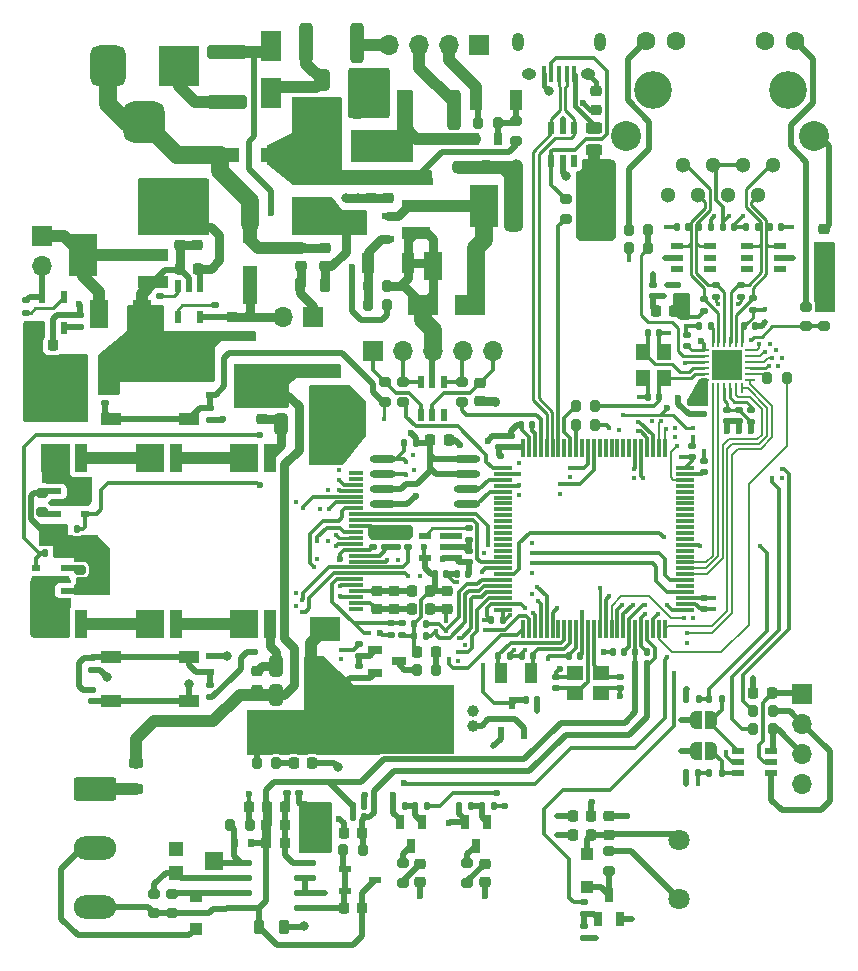
<source format=gtl>
%TF.GenerationSoftware,KiCad,Pcbnew,(6.0.8-1)-1*%
%TF.CreationDate,2022-11-24T03:44:55+08:00*%
%TF.ProjectId,CCTV3_F407_REV200,43435456-335f-4463-9430-375f52455632,rev?*%
%TF.SameCoordinates,Original*%
%TF.FileFunction,Copper,L1,Top*%
%TF.FilePolarity,Positive*%
%FSLAX46Y46*%
G04 Gerber Fmt 4.6, Leading zero omitted, Abs format (unit mm)*
G04 Created by KiCad (PCBNEW (6.0.8-1)-1) date 2022-11-24 03:44:55*
%MOMM*%
%LPD*%
G01*
G04 APERTURE LIST*
G04 Aperture macros list*
%AMRoundRect*
0 Rectangle with rounded corners*
0 $1 Rounding radius*
0 $2 $3 $4 $5 $6 $7 $8 $9 X,Y pos of 4 corners*
0 Add a 4 corners polygon primitive as box body*
4,1,4,$2,$3,$4,$5,$6,$7,$8,$9,$2,$3,0*
0 Add four circle primitives for the rounded corners*
1,1,$1+$1,$2,$3*
1,1,$1+$1,$4,$5*
1,1,$1+$1,$6,$7*
1,1,$1+$1,$8,$9*
0 Add four rect primitives between the rounded corners*
20,1,$1+$1,$2,$3,$4,$5,0*
20,1,$1+$1,$4,$5,$6,$7,0*
20,1,$1+$1,$6,$7,$8,$9,0*
20,1,$1+$1,$8,$9,$2,$3,0*%
%AMFreePoly0*
4,1,20,0.000000,0.744959,0.073905,0.744508,0.209726,0.703889,0.328688,0.626782,0.421226,0.519385,0.479903,0.390333,0.500000,0.250000,0.500000,-0.250000,0.499851,-0.262216,0.476331,-0.402017,0.414519,-0.529596,0.319384,-0.634700,0.198574,-0.708877,0.061801,-0.746166,0.000000,-0.745033,0.000000,-0.750000,-0.500000,-0.750000,-0.500000,0.750000,0.000000,0.750000,0.000000,0.744959,
0.000000,0.744959,$1*%
%AMFreePoly1*
4,1,22,0.500000,-0.750000,0.000000,-0.750000,0.000000,-0.745033,-0.079941,-0.743568,-0.215256,-0.701293,-0.333266,-0.622738,-0.424486,-0.514219,-0.481581,-0.384460,-0.499164,-0.250000,-0.500000,-0.250000,-0.500000,0.250000,-0.499164,0.250000,-0.499963,0.256109,-0.478152,0.396186,-0.417904,0.524511,-0.324060,0.630769,-0.204165,0.706417,-0.067858,0.745374,0.000000,0.744959,0.000000,0.750000,
0.500000,0.750000,0.500000,-0.750000,0.500000,-0.750000,$1*%
G04 Aperture macros list end*
%TA.AperFunction,SMDPad,CuDef*%
%ADD10RoundRect,0.218750X-0.256250X0.218750X-0.256250X-0.218750X0.256250X-0.218750X0.256250X0.218750X0*%
%TD*%
%TA.AperFunction,SMDPad,CuDef*%
%ADD11RoundRect,0.200000X-0.275000X0.200000X-0.275000X-0.200000X0.275000X-0.200000X0.275000X0.200000X0*%
%TD*%
%TA.AperFunction,SMDPad,CuDef*%
%ADD12R,2.460000X1.050000*%
%TD*%
%TA.AperFunction,SMDPad,CuDef*%
%ADD13R,2.460000X3.540000*%
%TD*%
%TA.AperFunction,SMDPad,CuDef*%
%ADD14RoundRect,0.140000X-0.170000X0.140000X-0.170000X-0.140000X0.170000X-0.140000X0.170000X0.140000X0*%
%TD*%
%TA.AperFunction,SMDPad,CuDef*%
%ADD15RoundRect,0.200000X0.200000X0.275000X-0.200000X0.275000X-0.200000X-0.275000X0.200000X-0.275000X0*%
%TD*%
%TA.AperFunction,SMDPad,CuDef*%
%ADD16R,1.200000X1.200000*%
%TD*%
%TA.AperFunction,SMDPad,CuDef*%
%ADD17R,1.500000X1.600000*%
%TD*%
%TA.AperFunction,SMDPad,CuDef*%
%ADD18RoundRect,0.140000X0.140000X0.170000X-0.140000X0.170000X-0.140000X-0.170000X0.140000X-0.170000X0*%
%TD*%
%TA.AperFunction,SMDPad,CuDef*%
%ADD19RoundRect,0.225000X-0.250000X0.225000X-0.250000X-0.225000X0.250000X-0.225000X0.250000X0.225000X0*%
%TD*%
%TA.AperFunction,SMDPad,CuDef*%
%ADD20R,1.610000X2.380000*%
%TD*%
%TA.AperFunction,SMDPad,CuDef*%
%ADD21RoundRect,0.135000X0.185000X-0.135000X0.185000X0.135000X-0.185000X0.135000X-0.185000X-0.135000X0*%
%TD*%
%TA.AperFunction,SMDPad,CuDef*%
%ADD22R,1.100000X1.100000*%
%TD*%
%TA.AperFunction,SMDPad,CuDef*%
%ADD23R,2.500000X1.100000*%
%TD*%
%TA.AperFunction,SMDPad,CuDef*%
%ADD24R,2.340000X3.600000*%
%TD*%
%TA.AperFunction,ComponentPad*%
%ADD25O,1.700000X1.700000*%
%TD*%
%TA.AperFunction,ComponentPad*%
%ADD26R,1.700000X1.700000*%
%TD*%
%TA.AperFunction,SMDPad,CuDef*%
%ADD27RoundRect,0.140000X0.170000X-0.140000X0.170000X0.140000X-0.170000X0.140000X-0.170000X-0.140000X0*%
%TD*%
%TA.AperFunction,SMDPad,CuDef*%
%ADD28R,1.100000X1.700000*%
%TD*%
%TA.AperFunction,SMDPad,CuDef*%
%ADD29RoundRect,0.200000X0.275000X-0.200000X0.275000X0.200000X-0.275000X0.200000X-0.275000X-0.200000X0*%
%TD*%
%TA.AperFunction,SMDPad,CuDef*%
%ADD30RoundRect,0.062500X-0.350000X-0.062500X0.350000X-0.062500X0.350000X0.062500X-0.350000X0.062500X0*%
%TD*%
%TA.AperFunction,SMDPad,CuDef*%
%ADD31RoundRect,0.062500X-0.062500X-0.350000X0.062500X-0.350000X0.062500X0.350000X-0.062500X0.350000X0*%
%TD*%
%TA.AperFunction,SMDPad,CuDef*%
%ADD32R,2.600000X2.600000*%
%TD*%
%TA.AperFunction,SMDPad,CuDef*%
%ADD33RoundRect,0.225000X0.225000X0.250000X-0.225000X0.250000X-0.225000X-0.250000X0.225000X-0.250000X0*%
%TD*%
%TA.AperFunction,SMDPad,CuDef*%
%ADD34R,1.000000X0.550000*%
%TD*%
%TA.AperFunction,SMDPad,CuDef*%
%ADD35R,0.550000X1.000000*%
%TD*%
%TA.AperFunction,SMDPad,CuDef*%
%ADD36RoundRect,0.135000X0.135000X0.185000X-0.135000X0.185000X-0.135000X-0.185000X0.135000X-0.185000X0*%
%TD*%
%TA.AperFunction,SMDPad,CuDef*%
%ADD37RoundRect,0.135000X-0.135000X-0.185000X0.135000X-0.185000X0.135000X0.185000X-0.135000X0.185000X0*%
%TD*%
%TA.AperFunction,SMDPad,CuDef*%
%ADD38R,0.700000X1.250000*%
%TD*%
%TA.AperFunction,SMDPad,CuDef*%
%ADD39RoundRect,0.140000X-0.140000X-0.170000X0.140000X-0.170000X0.140000X0.170000X-0.140000X0.170000X0*%
%TD*%
%TA.AperFunction,SMDPad,CuDef*%
%ADD40R,0.600000X1.070000*%
%TD*%
%TA.AperFunction,SMDPad,CuDef*%
%ADD41RoundRect,0.218750X0.218750X0.256250X-0.218750X0.256250X-0.218750X-0.256250X0.218750X-0.256250X0*%
%TD*%
%TA.AperFunction,SMDPad,CuDef*%
%ADD42R,1.400000X1.200000*%
%TD*%
%TA.AperFunction,SMDPad,CuDef*%
%ADD43RoundRect,0.218750X-0.218750X-0.256250X0.218750X-0.256250X0.218750X0.256250X-0.218750X0.256250X0*%
%TD*%
%TA.AperFunction,SMDPad,CuDef*%
%ADD44RoundRect,0.200000X-0.200000X-0.275000X0.200000X-0.275000X0.200000X0.275000X-0.200000X0.275000X0*%
%TD*%
%TA.AperFunction,SMDPad,CuDef*%
%ADD45RoundRect,0.135000X-0.185000X0.135000X-0.185000X-0.135000X0.185000X-0.135000X0.185000X0.135000X0*%
%TD*%
%TA.AperFunction,SMDPad,CuDef*%
%ADD46R,1.070000X0.600000*%
%TD*%
%TA.AperFunction,ComponentPad*%
%ADD47RoundRect,0.250000X-1.550000X0.750000X-1.550000X-0.750000X1.550000X-0.750000X1.550000X0.750000X0*%
%TD*%
%TA.AperFunction,ComponentPad*%
%ADD48O,3.600000X2.000000*%
%TD*%
%TA.AperFunction,SMDPad,CuDef*%
%ADD49RoundRect,0.225000X0.250000X-0.225000X0.250000X0.225000X-0.250000X0.225000X-0.250000X-0.225000X0*%
%TD*%
%TA.AperFunction,SMDPad,CuDef*%
%ADD50RoundRect,0.075000X0.075000X-0.725000X0.075000X0.725000X-0.075000X0.725000X-0.075000X-0.725000X0*%
%TD*%
%TA.AperFunction,SMDPad,CuDef*%
%ADD51RoundRect,0.075000X0.725000X-0.075000X0.725000X0.075000X-0.725000X0.075000X-0.725000X-0.075000X0*%
%TD*%
%TA.AperFunction,SMDPad,CuDef*%
%ADD52R,1.000000X1.800000*%
%TD*%
%TA.AperFunction,SMDPad,CuDef*%
%ADD53R,1.700000X1.000000*%
%TD*%
%TA.AperFunction,SMDPad,CuDef*%
%ADD54R,2.330000X2.380000*%
%TD*%
%TA.AperFunction,SMDPad,CuDef*%
%ADD55R,1.100000X2.380000*%
%TD*%
%TA.AperFunction,ComponentPad*%
%ADD56R,3.500000X3.500000*%
%TD*%
%TA.AperFunction,ComponentPad*%
%ADD57RoundRect,0.750000X-0.750000X-1.000000X0.750000X-1.000000X0.750000X1.000000X-0.750000X1.000000X0*%
%TD*%
%TA.AperFunction,ComponentPad*%
%ADD58RoundRect,0.875000X-0.875000X-0.875000X0.875000X-0.875000X0.875000X0.875000X-0.875000X0.875000X0*%
%TD*%
%TA.AperFunction,SMDPad,CuDef*%
%ADD59R,0.600000X0.700000*%
%TD*%
%TA.AperFunction,SMDPad,CuDef*%
%ADD60FreePoly0,180.000000*%
%TD*%
%TA.AperFunction,SMDPad,CuDef*%
%ADD61FreePoly1,180.000000*%
%TD*%
%TA.AperFunction,SMDPad,CuDef*%
%ADD62RoundRect,0.250000X0.312500X1.450000X-0.312500X1.450000X-0.312500X-1.450000X0.312500X-1.450000X0*%
%TD*%
%TA.AperFunction,SMDPad,CuDef*%
%ADD63RoundRect,0.225000X-0.225000X-0.250000X0.225000X-0.250000X0.225000X0.250000X-0.225000X0.250000X0*%
%TD*%
%TA.AperFunction,SMDPad,CuDef*%
%ADD64RoundRect,0.250000X1.450000X-0.312500X1.450000X0.312500X-1.450000X0.312500X-1.450000X-0.312500X0*%
%TD*%
%TA.AperFunction,SMDPad,CuDef*%
%ADD65R,3.260000X1.150000*%
%TD*%
%TA.AperFunction,SMDPad,CuDef*%
%ADD66RoundRect,0.218750X0.256250X-0.218750X0.256250X0.218750X-0.256250X0.218750X-0.256250X-0.218750X0*%
%TD*%
%TA.AperFunction,ComponentPad*%
%ADD67C,1.000000*%
%TD*%
%TA.AperFunction,SMDPad,CuDef*%
%ADD68RoundRect,0.250000X-0.325000X-0.650000X0.325000X-0.650000X0.325000X0.650000X-0.325000X0.650000X0*%
%TD*%
%TA.AperFunction,SMDPad,CuDef*%
%ADD69R,1.250000X0.700000*%
%TD*%
%TA.AperFunction,SMDPad,CuDef*%
%ADD70R,0.600000X1.000000*%
%TD*%
%TA.AperFunction,SMDPad,CuDef*%
%ADD71RoundRect,0.218750X0.381250X-0.218750X0.381250X0.218750X-0.381250X0.218750X-0.381250X-0.218750X0*%
%TD*%
%TA.AperFunction,SMDPad,CuDef*%
%ADD72R,1.000000X0.600000*%
%TD*%
%TA.AperFunction,SMDPad,CuDef*%
%ADD73O,1.950000X0.570000*%
%TD*%
%TA.AperFunction,SMDPad,CuDef*%
%ADD74R,1.200000X1.400000*%
%TD*%
%TA.AperFunction,SMDPad,CuDef*%
%ADD75RoundRect,0.218750X0.218750X0.381250X-0.218750X0.381250X-0.218750X-0.381250X0.218750X-0.381250X0*%
%TD*%
%TA.AperFunction,SMDPad,CuDef*%
%ADD76R,0.800000X0.500000*%
%TD*%
%TA.AperFunction,SMDPad,CuDef*%
%ADD77RoundRect,0.243750X0.456250X-0.243750X0.456250X0.243750X-0.456250X0.243750X-0.456250X-0.243750X0*%
%TD*%
%TA.AperFunction,SMDPad,CuDef*%
%ADD78R,0.700000X0.600000*%
%TD*%
%TA.AperFunction,SMDPad,CuDef*%
%ADD79R,1.150000X3.260000*%
%TD*%
%TA.AperFunction,SMDPad,CuDef*%
%ADD80O,2.250000X0.630000*%
%TD*%
%TA.AperFunction,ComponentPad*%
%ADD81C,1.800000*%
%TD*%
%TA.AperFunction,ComponentPad*%
%ADD82O,1.000000X1.550000*%
%TD*%
%TA.AperFunction,ComponentPad*%
%ADD83O,1.250000X0.950000*%
%TD*%
%TA.AperFunction,SMDPad,CuDef*%
%ADD84R,0.400000X1.350000*%
%TD*%
%TA.AperFunction,SMDPad,CuDef*%
%ADD85R,1.800000X2.500000*%
%TD*%
%TA.AperFunction,ComponentPad*%
%ADD86C,3.200000*%
%TD*%
%TA.AperFunction,ComponentPad*%
%ADD87C,1.300000*%
%TD*%
%TA.AperFunction,ComponentPad*%
%ADD88C,1.600000*%
%TD*%
%TA.AperFunction,ComponentPad*%
%ADD89C,2.540000*%
%TD*%
%TA.AperFunction,SMDPad,CuDef*%
%ADD90R,1.250000X0.300000*%
%TD*%
%TA.AperFunction,SMDPad,CuDef*%
%ADD91R,2.500000X2.000000*%
%TD*%
%TA.AperFunction,SMDPad,CuDef*%
%ADD92R,0.800000X1.000000*%
%TD*%
%TA.AperFunction,SMDPad,CuDef*%
%ADD93RoundRect,0.218750X-0.381250X0.218750X-0.381250X-0.218750X0.381250X-0.218750X0.381250X0.218750X0*%
%TD*%
%TA.AperFunction,SMDPad,CuDef*%
%ADD94R,2.500000X1.800000*%
%TD*%
%TA.AperFunction,ViaPad*%
%ADD95C,0.600000*%
%TD*%
%TA.AperFunction,ViaPad*%
%ADD96C,0.800000*%
%TD*%
%TA.AperFunction,ViaPad*%
%ADD97C,0.450000*%
%TD*%
%TA.AperFunction,Conductor*%
%ADD98C,0.500000*%
%TD*%
%TA.AperFunction,Conductor*%
%ADD99C,0.750000*%
%TD*%
%TA.AperFunction,Conductor*%
%ADD100C,1.000000*%
%TD*%
%TA.AperFunction,Conductor*%
%ADD101C,1.500000*%
%TD*%
%TA.AperFunction,Conductor*%
%ADD102C,0.300000*%
%TD*%
%TA.AperFunction,Conductor*%
%ADD103C,0.220500*%
%TD*%
%TA.AperFunction,Conductor*%
%ADD104C,0.250000*%
%TD*%
%TA.AperFunction,Conductor*%
%ADD105C,0.349300*%
%TD*%
%TA.AperFunction,Conductor*%
%ADD106C,0.400000*%
%TD*%
%TA.AperFunction,Conductor*%
%ADD107C,0.176500*%
%TD*%
%TA.AperFunction,Conductor*%
%ADD108C,0.286000*%
%TD*%
G04 APERTURE END LIST*
D10*
X69200000Y-26912500D03*
X69200000Y-28487500D03*
D11*
X87000000Y-45175000D03*
X87000000Y-46825000D03*
D12*
X53940000Y-34300000D03*
X53940000Y-36600000D03*
X53940000Y-38900000D03*
D13*
X59660000Y-36600000D03*
D14*
X26500005Y-77620000D03*
X26500005Y-78580000D03*
D15*
X39868750Y-89049995D03*
X38218750Y-89049995D03*
D16*
X33623750Y-91099995D03*
D17*
X36863750Y-92099995D03*
D16*
X33623750Y-93099995D03*
D18*
X61280000Y-71700000D03*
X60320000Y-71700000D03*
D19*
X38400000Y-46075000D03*
X38400000Y-47625000D03*
D18*
X61880000Y-74720000D03*
X60920000Y-74720000D03*
D20*
X27100000Y-45800000D03*
X30700000Y-45800000D03*
D21*
X52790000Y-72980000D03*
X52790000Y-71960000D03*
D22*
X35293750Y-95049995D03*
X35293750Y-97849995D03*
D23*
X31670000Y-43100000D03*
X31670000Y-40800000D03*
X31670000Y-38500000D03*
D24*
X25730000Y-40800000D03*
D22*
X68400000Y-91500000D03*
X68400000Y-94300000D03*
D25*
X86650000Y-85540000D03*
X86650000Y-83000000D03*
X86650000Y-80460000D03*
D26*
X86650000Y-77920000D03*
D18*
X82880000Y-38400000D03*
X81920000Y-38400000D03*
D14*
X50300000Y-64520000D03*
X50300000Y-65480000D03*
D27*
X44041250Y-86374995D03*
X44041250Y-85414995D03*
D28*
X62425000Y-27700000D03*
X59025000Y-27700000D03*
D29*
X66600000Y-37725000D03*
X66600000Y-36075000D03*
D30*
X78362500Y-48850000D03*
X78362500Y-49350000D03*
X78362500Y-49850000D03*
X78362500Y-50350000D03*
X78362500Y-50850000D03*
X78362500Y-51350000D03*
D31*
X79050000Y-52037500D03*
X79550000Y-52037500D03*
X80050000Y-52037500D03*
X80550000Y-52037500D03*
X81050000Y-52037500D03*
X81550000Y-52037500D03*
D30*
X82237500Y-51350000D03*
X82237500Y-50850000D03*
X82237500Y-50350000D03*
X82237500Y-49850000D03*
X82237500Y-49350000D03*
X82237500Y-48850000D03*
D31*
X81550000Y-48162500D03*
X81050000Y-48162500D03*
X80550000Y-48162500D03*
X80050000Y-48162500D03*
X79550000Y-48162500D03*
X79050000Y-48162500D03*
D32*
X80300000Y-50100000D03*
D18*
X74535000Y-52775000D03*
X73575000Y-52775000D03*
D33*
X42818750Y-89049995D03*
X41268750Y-89049995D03*
X35475000Y-41950000D03*
X33925000Y-41950000D03*
D34*
X84000000Y-82750000D03*
X84000000Y-83700000D03*
X84000000Y-84650000D03*
X81200000Y-84650000D03*
X81200000Y-83700000D03*
X81200000Y-82750000D03*
D21*
X78350000Y-45510000D03*
X78350000Y-44490000D03*
D35*
X65400000Y-32800000D03*
X66350000Y-32800000D03*
X67300000Y-32800000D03*
X67300000Y-30000000D03*
X66350000Y-30000000D03*
X65400000Y-30000000D03*
D27*
X78200000Y-54280000D03*
X78200000Y-53320000D03*
D36*
X53920000Y-56700000D03*
X52900000Y-56700000D03*
D26*
X50260000Y-48900000D03*
D25*
X52800000Y-48900000D03*
X55340000Y-48900000D03*
X57880000Y-48900000D03*
X60420000Y-48900000D03*
D37*
X53790000Y-72010000D03*
X54810000Y-72010000D03*
D38*
X54450000Y-88800000D03*
X52550000Y-88800000D03*
X53500000Y-90800000D03*
D39*
X55520000Y-67800000D03*
X56480000Y-67800000D03*
D40*
X61150000Y-81240000D03*
X63050000Y-81240000D03*
X62100000Y-78760000D03*
D37*
X24240000Y-64000000D03*
X25260000Y-64000000D03*
D27*
X61000000Y-57080000D03*
X61000000Y-56120000D03*
X78300000Y-59200000D03*
X78300000Y-58240000D03*
D18*
X48620000Y-88400000D03*
X49580000Y-88400000D03*
D41*
X55147500Y-69250000D03*
X53572500Y-69250000D03*
D10*
X70300000Y-88312500D03*
X70300000Y-89887500D03*
D42*
X67400000Y-77900000D03*
X69600000Y-77900000D03*
X69600000Y-76140000D03*
X67400000Y-76140000D03*
D43*
X49387500Y-89700000D03*
X47812500Y-89700000D03*
D44*
X71975000Y-38700000D03*
X73625000Y-38700000D03*
D45*
X20930000Y-44640000D03*
X20930000Y-45660000D03*
D44*
X71975000Y-40200000D03*
X73625000Y-40200000D03*
D45*
X32300000Y-44290000D03*
X32300000Y-45310000D03*
D27*
X51810000Y-72930000D03*
X51810000Y-71970000D03*
D19*
X33930000Y-38400000D03*
X33930000Y-39950000D03*
D15*
X82475000Y-80900000D03*
X84125000Y-80900000D03*
D11*
X88500000Y-45175000D03*
X88500000Y-46825000D03*
D18*
X73480000Y-74420000D03*
X72520000Y-74420000D03*
D21*
X81450000Y-44310000D03*
X81450000Y-43290000D03*
D18*
X71580000Y-74420000D03*
X70620000Y-74420000D03*
D14*
X78300000Y-69840000D03*
X78300000Y-70800000D03*
D37*
X51990000Y-87400000D03*
X53010000Y-87400000D03*
D18*
X63780000Y-55200000D03*
X62820000Y-55200000D03*
D15*
X51525000Y-43400000D03*
X49875000Y-43400000D03*
D46*
X51540000Y-39400000D03*
X51540000Y-37500000D03*
X49060000Y-38450000D03*
D47*
X26777500Y-86000000D03*
D48*
X26777500Y-91000000D03*
X26777500Y-96000000D03*
D34*
X76000000Y-40050000D03*
X76000000Y-41000000D03*
X76000000Y-41950000D03*
X78800000Y-41950000D03*
X78800000Y-41000000D03*
X78800000Y-40050000D03*
D44*
X67475000Y-53600000D03*
X69125000Y-53600000D03*
D27*
X77300000Y-57880000D03*
X77300000Y-56920000D03*
D21*
X26500005Y-75910000D03*
X26500005Y-74890000D03*
D49*
X44200000Y-41725000D03*
X44200000Y-40175000D03*
D35*
X56285000Y-51500000D03*
X55335000Y-51500000D03*
X54385000Y-51500000D03*
X54385000Y-54300000D03*
X55335000Y-54300000D03*
X56285000Y-54300000D03*
D50*
X63000000Y-72495000D03*
X63500000Y-72495000D03*
X64000000Y-72495000D03*
X64500000Y-72495000D03*
X65000000Y-72495000D03*
X65500000Y-72495000D03*
X66000000Y-72495000D03*
X66500000Y-72495000D03*
X67000000Y-72495000D03*
X67500000Y-72495000D03*
X68000000Y-72495000D03*
X68500000Y-72495000D03*
X69000000Y-72495000D03*
X69500000Y-72495000D03*
X70000000Y-72495000D03*
X70500000Y-72495000D03*
X71000000Y-72495000D03*
X71500000Y-72495000D03*
X72000000Y-72495000D03*
X72500000Y-72495000D03*
X73000000Y-72495000D03*
X73500000Y-72495000D03*
X74000000Y-72495000D03*
X74500000Y-72495000D03*
X75000000Y-72495000D03*
D51*
X76675000Y-70820000D03*
X76675000Y-70320000D03*
X76675000Y-69820000D03*
X76675000Y-69320000D03*
X76675000Y-68820000D03*
X76675000Y-68320000D03*
X76675000Y-67820000D03*
X76675000Y-67320000D03*
X76675000Y-66820000D03*
X76675000Y-66320000D03*
X76675000Y-65820000D03*
X76675000Y-65320000D03*
X76675000Y-64820000D03*
X76675000Y-64320000D03*
X76675000Y-63820000D03*
X76675000Y-63320000D03*
X76675000Y-62820000D03*
X76675000Y-62320000D03*
X76675000Y-61820000D03*
X76675000Y-61320000D03*
X76675000Y-60820000D03*
X76675000Y-60320000D03*
X76675000Y-59820000D03*
X76675000Y-59320000D03*
X76675000Y-58820000D03*
D50*
X75000000Y-57145000D03*
X74500000Y-57145000D03*
X74000000Y-57145000D03*
X73500000Y-57145000D03*
X73000000Y-57145000D03*
X72500000Y-57145000D03*
X72000000Y-57145000D03*
X71500000Y-57145000D03*
X71000000Y-57145000D03*
X70500000Y-57145000D03*
X70000000Y-57145000D03*
X69500000Y-57145000D03*
X69000000Y-57145000D03*
X68500000Y-57145000D03*
X68000000Y-57145000D03*
X67500000Y-57145000D03*
X67000000Y-57145000D03*
X66500000Y-57145000D03*
X66000000Y-57145000D03*
X65500000Y-57145000D03*
X65000000Y-57145000D03*
X64500000Y-57145000D03*
X64000000Y-57145000D03*
X63500000Y-57145000D03*
X63000000Y-57145000D03*
D51*
X61325000Y-58820000D03*
X61325000Y-59320000D03*
X61325000Y-59820000D03*
X61325000Y-60320000D03*
X61325000Y-60820000D03*
X61325000Y-61320000D03*
X61325000Y-61820000D03*
X61325000Y-62320000D03*
X61325000Y-62820000D03*
X61325000Y-63320000D03*
X61325000Y-63820000D03*
X61325000Y-64320000D03*
X61325000Y-64820000D03*
X61325000Y-65320000D03*
X61325000Y-65820000D03*
X61325000Y-66320000D03*
X61325000Y-66820000D03*
X61325000Y-67320000D03*
X61325000Y-67820000D03*
X61325000Y-68320000D03*
X61325000Y-68820000D03*
X61325000Y-69320000D03*
X61325000Y-69820000D03*
X61325000Y-70320000D03*
X61325000Y-70820000D03*
D52*
X61150000Y-76220000D03*
X63650000Y-76220000D03*
D34*
X84800000Y-41950000D03*
X84800000Y-41000000D03*
X84800000Y-40050000D03*
X82000000Y-40050000D03*
X82000000Y-41000000D03*
X82000000Y-41950000D03*
D11*
X57835000Y-51575000D03*
X57835000Y-53225000D03*
D19*
X50100000Y-34450000D03*
X50100000Y-36000000D03*
D27*
X76900000Y-48480000D03*
X76900000Y-47520000D03*
D53*
X28100005Y-74850000D03*
X34700005Y-74850000D03*
X28100005Y-78550000D03*
X34700005Y-78550000D03*
D37*
X77890000Y-46800000D03*
X78910000Y-46800000D03*
D49*
X50600000Y-69225000D03*
X50600000Y-70775000D03*
D54*
X39410000Y-72000000D03*
D55*
X41590000Y-72000000D03*
D37*
X79810000Y-78350000D03*
X78790000Y-78350000D03*
D36*
X54910000Y-87400000D03*
X53890000Y-87400000D03*
D41*
X55637500Y-74400000D03*
X54062500Y-74400000D03*
D56*
X33900000Y-24800000D03*
D57*
X27900000Y-24800000D03*
D58*
X30900000Y-29500000D03*
D46*
X50440000Y-93700000D03*
X47960000Y-94650000D03*
X47960000Y-92750000D03*
D45*
X49150000Y-73690000D03*
X49150000Y-74710000D03*
D26*
X44075000Y-81100000D03*
D25*
X41535000Y-81100000D03*
D11*
X33293750Y-94874995D03*
X33293750Y-96524995D03*
D59*
X39993750Y-90549995D03*
X38593750Y-90549995D03*
D60*
X77650000Y-82800000D03*
D61*
X78950000Y-82800000D03*
D62*
X57162500Y-28500000D03*
X52887500Y-28500000D03*
D63*
X21625000Y-48400000D03*
X23175000Y-48400000D03*
D36*
X76840000Y-78350000D03*
X77860000Y-78350000D03*
D41*
X75800000Y-45500000D03*
X74225000Y-45500000D03*
D11*
X31793750Y-94874995D03*
X31793750Y-96524995D03*
D49*
X46200000Y-41725000D03*
X46200000Y-40175000D03*
D45*
X68200000Y-95600000D03*
X68200000Y-96620000D03*
D14*
X81300000Y-53920000D03*
X81300000Y-54880000D03*
D38*
X69350000Y-97000000D03*
X71250000Y-97000000D03*
X70300000Y-95000000D03*
D54*
X23410000Y-72000000D03*
D55*
X25590000Y-72000000D03*
D21*
X36500005Y-78210000D03*
X36500005Y-77190000D03*
D64*
X37900000Y-27837500D03*
X37900000Y-23562500D03*
D36*
X23510000Y-66000000D03*
X22490000Y-66000000D03*
D65*
X42450000Y-32300000D03*
X37350000Y-32300000D03*
D54*
X31410000Y-58000000D03*
D55*
X33590000Y-58000000D03*
D19*
X51600000Y-34450000D03*
X51600000Y-36000000D03*
D27*
X58400000Y-66780000D03*
X58400000Y-65820000D03*
D66*
X40925000Y-54687500D03*
X40925000Y-53112500D03*
D67*
X58800000Y-79400000D03*
X58800000Y-80650000D03*
D68*
X42550000Y-55100000D03*
X45500000Y-55100000D03*
D21*
X53300000Y-65510000D03*
X53300000Y-64490000D03*
D39*
X77920000Y-38400000D03*
X78880000Y-38400000D03*
X81720000Y-46800000D03*
X82680000Y-46800000D03*
D21*
X49150000Y-76610000D03*
X49150000Y-75590000D03*
X25500000Y-46910000D03*
X25500000Y-45890000D03*
D33*
X56695000Y-56440000D03*
X55145000Y-56440000D03*
D68*
X42550000Y-52700000D03*
X45500000Y-52700000D03*
D69*
X50500000Y-74250000D03*
X50500000Y-76150000D03*
X52500000Y-75200000D03*
D70*
X22280000Y-46950000D03*
X23230000Y-46950000D03*
X24180000Y-46950000D03*
X24180000Y-44350000D03*
X22280000Y-44350000D03*
D18*
X67860000Y-74730000D03*
X66900000Y-74730000D03*
D26*
X22305000Y-39175000D03*
D25*
X22305000Y-41715000D03*
D41*
X55147500Y-70750000D03*
X53572500Y-70750000D03*
D18*
X63880000Y-74720000D03*
X62920000Y-74720000D03*
D10*
X54300000Y-92312500D03*
X54300000Y-93887500D03*
D71*
X30200000Y-85962500D03*
X30200000Y-83837500D03*
D72*
X57287500Y-66450000D03*
X57287500Y-65500000D03*
X57287500Y-64550000D03*
X54687500Y-64550000D03*
X54687500Y-66450000D03*
D21*
X79350000Y-44310000D03*
X79350000Y-43290000D03*
D44*
X67475000Y-55200000D03*
X69125000Y-55200000D03*
D33*
X47825000Y-96100000D03*
X49375000Y-96100000D03*
D44*
X49875000Y-45000000D03*
X51525000Y-45000000D03*
D39*
X83920000Y-38400000D03*
X84880000Y-38400000D03*
D21*
X82450000Y-45410000D03*
X82450000Y-44390000D03*
D73*
X39141250Y-92254995D03*
X39141250Y-93534995D03*
X39141250Y-94794995D03*
X39141250Y-96064995D03*
X44561250Y-96064995D03*
X44561250Y-94794995D03*
X44561250Y-93534995D03*
X44561250Y-92254995D03*
D74*
X74935000Y-51175000D03*
X74935000Y-48975000D03*
X73175000Y-48975000D03*
X73175000Y-51175000D03*
D11*
X22250000Y-60925000D03*
X22250000Y-62575000D03*
D26*
X59300000Y-23000000D03*
D25*
X56760000Y-23000000D03*
X54220000Y-23000000D03*
X51680000Y-23000000D03*
D75*
X42803750Y-97694995D03*
X40678750Y-97694995D03*
D14*
X80300000Y-53920000D03*
X80300000Y-54880000D03*
D10*
X59800000Y-92312500D03*
X59800000Y-93887500D03*
D36*
X60510000Y-87400000D03*
X59490000Y-87400000D03*
D44*
X59200000Y-29600000D03*
X60850000Y-29600000D03*
D18*
X76980000Y-38400000D03*
X76020000Y-38400000D03*
D54*
X23410000Y-58000000D03*
D55*
X25590000Y-58000000D03*
D76*
X25950000Y-62700000D03*
X25950000Y-61750000D03*
X25950000Y-60800000D03*
X23550000Y-60800000D03*
X23550000Y-61750000D03*
X23550000Y-62700000D03*
D33*
X41318750Y-87549995D03*
X39768750Y-87549995D03*
D68*
X46025000Y-28300000D03*
X48975000Y-28300000D03*
D21*
X36500000Y-54720000D03*
X36500000Y-53700000D03*
D27*
X43041250Y-86374995D03*
X43041250Y-85414995D03*
D15*
X42087500Y-83800000D03*
X40437500Y-83800000D03*
D29*
X58300000Y-93925000D03*
X58300000Y-92275000D03*
X25500000Y-69075000D03*
X25500000Y-67425000D03*
D39*
X73575000Y-47375000D03*
X74535000Y-47375000D03*
D77*
X69000000Y-31937500D03*
X69000000Y-30062500D03*
D78*
X36500005Y-74700000D03*
X36500005Y-76100000D03*
D54*
X39410000Y-58000000D03*
D55*
X41590000Y-58000000D03*
D11*
X51335000Y-51575000D03*
X51335000Y-53225000D03*
D68*
X42125000Y-75600000D03*
X45075000Y-75600000D03*
D39*
X64180000Y-78500000D03*
X63220000Y-78500000D03*
D29*
X52800000Y-93925000D03*
X52800000Y-92275000D03*
D33*
X68775000Y-88300000D03*
X67225000Y-88300000D03*
D44*
X49425000Y-91200000D03*
X47775000Y-91200000D03*
D27*
X74012500Y-44280000D03*
X74012500Y-43320000D03*
D43*
X43575000Y-83800000D03*
X45150000Y-83800000D03*
D45*
X82300000Y-53890000D03*
X82300000Y-54910000D03*
D19*
X52100000Y-69225000D03*
X52100000Y-70775000D03*
D15*
X82475000Y-79400000D03*
X84125000Y-79400000D03*
D41*
X44416250Y-87549995D03*
X42841250Y-87549995D03*
D21*
X68200000Y-98610000D03*
X68200000Y-97590000D03*
D78*
X37293750Y-94799995D03*
X37293750Y-96199995D03*
D27*
X77200000Y-54280000D03*
X77200000Y-53320000D03*
D10*
X40500000Y-76012500D03*
X40500000Y-77587500D03*
D18*
X80880000Y-38400000D03*
X79920000Y-38400000D03*
D27*
X62000000Y-57080000D03*
X62000000Y-56120000D03*
D79*
X39900000Y-43300000D03*
X39900000Y-38200000D03*
D68*
X42125000Y-78000000D03*
X45075000Y-78000000D03*
D80*
X51170000Y-58090000D03*
X51170000Y-59370000D03*
X51170000Y-60630000D03*
X51170000Y-61900000D03*
X58230000Y-61900000D03*
X58230000Y-60630000D03*
X58230000Y-59370000D03*
X58230000Y-58090000D03*
D81*
X76200000Y-90300000D03*
X76200000Y-95300000D03*
D76*
X21800000Y-67300000D03*
X21800000Y-68250000D03*
X21800000Y-69200000D03*
X24200000Y-69200000D03*
X24200000Y-68250000D03*
X24200000Y-67300000D03*
D60*
X77650000Y-80200000D03*
D61*
X78950000Y-80200000D03*
D18*
X58380000Y-67800000D03*
X57420000Y-67800000D03*
D82*
X69537500Y-22750000D03*
X62537500Y-22750000D03*
D83*
X68537500Y-25450000D03*
X63537500Y-25450000D03*
D84*
X64737500Y-25450000D03*
X65387500Y-25450000D03*
X66037500Y-25450000D03*
X66687500Y-25450000D03*
X67337500Y-25450000D03*
D66*
X59335000Y-53187500D03*
X59335000Y-51612500D03*
D62*
X48937500Y-22800000D03*
X44662500Y-22800000D03*
D70*
X35650000Y-43450000D03*
X34700000Y-43450000D03*
X33750000Y-43450000D03*
X33750000Y-46050000D03*
X35650000Y-46050000D03*
D38*
X59950000Y-88800000D03*
X58050000Y-88800000D03*
X59000000Y-90800000D03*
D14*
X71200000Y-76530000D03*
X71200000Y-77490000D03*
D28*
X49900000Y-41500000D03*
X53300000Y-41500000D03*
D85*
X41700000Y-27100000D03*
X41700000Y-23100000D03*
D49*
X56600000Y-70775000D03*
X56600000Y-69225000D03*
D19*
X35430000Y-38400000D03*
X35430000Y-39950000D03*
D18*
X48620000Y-87400000D03*
X49580000Y-87400000D03*
D11*
X70300000Y-91275000D03*
X70300000Y-92925000D03*
D15*
X55675000Y-75900000D03*
X54025000Y-75900000D03*
D20*
X59000000Y-41700000D03*
X55400000Y-41700000D03*
D27*
X65800000Y-77490000D03*
X65800000Y-76530000D03*
D19*
X39900000Y-46075000D03*
X39900000Y-47625000D03*
D27*
X51300000Y-65480000D03*
X51300000Y-64520000D03*
D41*
X82512500Y-77900000D03*
X84087500Y-77900000D03*
D11*
X62400000Y-29475000D03*
X62400000Y-31125000D03*
D18*
X73480000Y-75420000D03*
X72520000Y-75420000D03*
D68*
X48975000Y-26000000D03*
X46025000Y-26000000D03*
D26*
X45200000Y-46050000D03*
D25*
X42660000Y-46050000D03*
D86*
X73990000Y-26810000D03*
X85420000Y-26810000D03*
D87*
X84140000Y-33160000D03*
X82880000Y-35700000D03*
X81600000Y-33160000D03*
X80340000Y-35700000D03*
X79070000Y-33160000D03*
X77800000Y-35700000D03*
X76530000Y-33160000D03*
X75260000Y-35700000D03*
D88*
X86030000Y-22700000D03*
X83490000Y-22700000D03*
X75920000Y-22700000D03*
X73380000Y-22700000D03*
D89*
X87650000Y-30710000D03*
X71750000Y-30710000D03*
D27*
X76012500Y-44280000D03*
X76012500Y-43320000D03*
D90*
X48850000Y-70740000D03*
X48850000Y-70240000D03*
X48850000Y-69740000D03*
X48850000Y-69240000D03*
X48850000Y-68740000D03*
X48850000Y-68240000D03*
X48850000Y-67740000D03*
X48850000Y-67240000D03*
X48850000Y-66740000D03*
X48850000Y-66240000D03*
X48850000Y-65740000D03*
X48850000Y-65240000D03*
X48850000Y-64740000D03*
X48850000Y-64240000D03*
X48850000Y-63740000D03*
X48850000Y-63240000D03*
X48850000Y-62740000D03*
X48850000Y-62240000D03*
X48850000Y-61740000D03*
X48850000Y-61240000D03*
X48850000Y-60740000D03*
X48850000Y-60240000D03*
X48850000Y-59740000D03*
X48850000Y-59240000D03*
D91*
X46270000Y-72430000D03*
X46270000Y-57550000D03*
D27*
X27600000Y-53290000D03*
X27600000Y-52330000D03*
D63*
X41268750Y-90549995D03*
X42818750Y-90549995D03*
D37*
X57590000Y-87400000D03*
X58610000Y-87400000D03*
D10*
X88500000Y-38612500D03*
X88500000Y-40187500D03*
D36*
X78790000Y-84650000D03*
X79810000Y-84650000D03*
D92*
X60850000Y-30950000D03*
X58950000Y-30950000D03*
X59900000Y-33250000D03*
D27*
X52300000Y-65480000D03*
X52300000Y-64520000D03*
D93*
X44300000Y-26537500D03*
X44300000Y-28662500D03*
D94*
X58500000Y-45000000D03*
X54500000Y-45000000D03*
D75*
X46262500Y-43350000D03*
X44137500Y-43350000D03*
D11*
X52835000Y-51575000D03*
X52835000Y-53225000D03*
D63*
X67225000Y-89900000D03*
X68775000Y-89900000D03*
D36*
X76780000Y-84650000D03*
X77800000Y-84650000D03*
D21*
X36900000Y-46060000D03*
X36900000Y-45040000D03*
D15*
X85325000Y-51200000D03*
X83675000Y-51200000D03*
D53*
X34700000Y-54660000D03*
X28100000Y-54660000D03*
X34700000Y-50960000D03*
X28100000Y-50960000D03*
D54*
X31410000Y-72000000D03*
D55*
X33590000Y-72000000D03*
D14*
X58400000Y-63920000D03*
X58400000Y-64880000D03*
D78*
X36500000Y-52610000D03*
X36500000Y-51210000D03*
D37*
X53790000Y-73010000D03*
X54810000Y-73010000D03*
D95*
X46400000Y-89000000D03*
D96*
X33500000Y-37000000D03*
D95*
X44400000Y-90000000D03*
X44400000Y-89000000D03*
D96*
X34500000Y-36000000D03*
X35500000Y-35000000D03*
X31500000Y-35000000D03*
D95*
X45400000Y-91000000D03*
X45400000Y-90000000D03*
X46400000Y-90000000D03*
D96*
X35500000Y-37000000D03*
X33500000Y-35000000D03*
X32500000Y-36000000D03*
D95*
X44400000Y-91000000D03*
D96*
X31500000Y-37000000D03*
D95*
X46400000Y-91000000D03*
X45400000Y-89000000D03*
D96*
X45000000Y-50500000D03*
X43000000Y-50500000D03*
X46000000Y-31000000D03*
X47000000Y-32000000D03*
X46000000Y-33000000D03*
X44000000Y-31000000D03*
X39000000Y-52500000D03*
X45000000Y-30000000D03*
X44000000Y-33000000D03*
X41000000Y-50500000D03*
X39000000Y-50500000D03*
X47000000Y-30000000D03*
X47000000Y-50500000D03*
X45000000Y-32000000D03*
X40000000Y-51500000D03*
D95*
X54600000Y-65500000D03*
X47500000Y-66500000D03*
D96*
X21500000Y-50000000D03*
D95*
X56200000Y-66500000D03*
D97*
X76400000Y-80200000D03*
X76400000Y-82800000D03*
D96*
X34700000Y-77100000D03*
D95*
X56200000Y-64544500D03*
D96*
X23500000Y-52000000D03*
D95*
X37600000Y-54710000D03*
D96*
X25500000Y-50000000D03*
D97*
X76400000Y-57900000D03*
D96*
X22500000Y-53000000D03*
X25500000Y-52000000D03*
D95*
X61100000Y-57800000D03*
D96*
X22500000Y-51000000D03*
D97*
X73300000Y-70400000D03*
D95*
X59800000Y-95100000D03*
D96*
X23500000Y-50000000D03*
D97*
X79200000Y-69800000D03*
X68000000Y-71000000D03*
D95*
X68800000Y-87100000D03*
D97*
X82500000Y-76600000D03*
D95*
X53500000Y-55900000D03*
X49600000Y-86500000D03*
X71800000Y-88300000D03*
D96*
X24500000Y-53000000D03*
D97*
X60500000Y-82400000D03*
D95*
X54300000Y-95100000D03*
D97*
X61893767Y-71293767D03*
D95*
X82300000Y-55700000D03*
D97*
X74900000Y-44300000D03*
D96*
X21500000Y-52000000D03*
X47300000Y-84100000D03*
X21500000Y-54000000D03*
X23500000Y-54000000D03*
D95*
X47400000Y-88500000D03*
D96*
X24500000Y-51000000D03*
D95*
X60600000Y-53200000D03*
D96*
X25494901Y-54000559D03*
D97*
X75800000Y-76200000D03*
X75200000Y-70400000D03*
X83800000Y-50200000D03*
X71500000Y-54300000D03*
D95*
X75200000Y-53700000D03*
D97*
X69500000Y-69000000D03*
X51200000Y-54700000D03*
X77400000Y-55400000D03*
X55600000Y-72600000D03*
X47500000Y-69700000D03*
X47500000Y-68814500D03*
X56500000Y-72600000D03*
X85800000Y-38400000D03*
D96*
X36000000Y-49500000D03*
D95*
X56200000Y-65500000D03*
D96*
X49000000Y-55500000D03*
X48000000Y-36000000D03*
X49900000Y-80000000D03*
D97*
X57500000Y-75200000D03*
X45800000Y-62300000D03*
X75900000Y-56200000D03*
X76800000Y-85600000D03*
X83500000Y-46500000D03*
X53700000Y-57700000D03*
X67000000Y-59600000D03*
D96*
X22500000Y-65000000D03*
X36000000Y-48000000D03*
D97*
X53300000Y-63900000D03*
X75385000Y-47405000D03*
X43800000Y-61700000D03*
D96*
X50150000Y-26500000D03*
D97*
X65900000Y-88300000D03*
D95*
X68100000Y-27900000D03*
D97*
X62700000Y-61100000D03*
D96*
X32000000Y-48000000D03*
D97*
X84600000Y-50200000D03*
D95*
X57700000Y-56900000D03*
X50900000Y-72800000D03*
D96*
X27500000Y-69000000D03*
X27500000Y-66000000D03*
D97*
X77400000Y-71500000D03*
D96*
X32000000Y-49500000D03*
D95*
X60000000Y-56500000D03*
D96*
X47000000Y-53500000D03*
X46500000Y-76500000D03*
D97*
X75000000Y-41000000D03*
D95*
X69900000Y-74420000D03*
X53900000Y-61150500D03*
D97*
X46500000Y-60665500D03*
X69200000Y-98610000D03*
X89000000Y-41500000D03*
D95*
X81300000Y-55700000D03*
D96*
X55900000Y-82000000D03*
X49900000Y-78000000D03*
D97*
X58100000Y-73800000D03*
X78300000Y-57400000D03*
D96*
X23500000Y-64000000D03*
X49900000Y-82000000D03*
X46500000Y-78500000D03*
D97*
X62700000Y-58400000D03*
X76800000Y-46800000D03*
X52300000Y-63900000D03*
X76900000Y-73600000D03*
X72785000Y-52805000D03*
X53800000Y-59000000D03*
X88000000Y-42500000D03*
D96*
X66600000Y-34100000D03*
D95*
X52000000Y-86500000D03*
D97*
X80950000Y-49450000D03*
D96*
X34000000Y-49500000D03*
D97*
X47600000Y-75000000D03*
D96*
X51900000Y-78000000D03*
D97*
X43800000Y-69400000D03*
X76900000Y-77500000D03*
X81600000Y-37500000D03*
D96*
X53900000Y-82000000D03*
D97*
X47400000Y-59000000D03*
X84400000Y-48800000D03*
X62200000Y-74219500D03*
X63200000Y-70674500D03*
D95*
X56700000Y-88900000D03*
D96*
X46500000Y-80500000D03*
X46500000Y-82500000D03*
D97*
X79200000Y-70800000D03*
D96*
X55900000Y-80000000D03*
X37900000Y-74700000D03*
D97*
X83900000Y-48300000D03*
X72200000Y-97000000D03*
X89000000Y-42500000D03*
D96*
X51150000Y-25500000D03*
X47500000Y-81500000D03*
D97*
X72000000Y-41200000D03*
D96*
X25500000Y-66000000D03*
D97*
X79650000Y-50750000D03*
X88000000Y-43500000D03*
X65900000Y-89900000D03*
X80950000Y-50750000D03*
X84900000Y-49500000D03*
D96*
X65200000Y-26900000D03*
D97*
X73900000Y-54849500D03*
D96*
X55900000Y-78000000D03*
D95*
X66100000Y-75820000D03*
D97*
X79650000Y-49450000D03*
D96*
X51900000Y-80000000D03*
D97*
X59700000Y-71700000D03*
X50300000Y-63900000D03*
D96*
X30000000Y-48000000D03*
D97*
X65100000Y-75020000D03*
X63800000Y-65200000D03*
X52400000Y-66600000D03*
D96*
X49000000Y-36000000D03*
D97*
X59690655Y-66003230D03*
X75200000Y-43300000D03*
D96*
X34000000Y-48000000D03*
D95*
X76100000Y-52900000D03*
D97*
X46456233Y-65000000D03*
X80200000Y-82900000D03*
D95*
X80300000Y-55700000D03*
D96*
X53900000Y-80000000D03*
D97*
X56450000Y-71737534D03*
X63200000Y-74219500D03*
X43800000Y-70500000D03*
X74000000Y-42400000D03*
X57400000Y-68500000D03*
X64200000Y-79400000D03*
X75890240Y-55400000D03*
X85900000Y-41000000D03*
D96*
X47000000Y-55500000D03*
X47500000Y-79500000D03*
X26500000Y-65000000D03*
X47500000Y-77500000D03*
D97*
X66100000Y-61000000D03*
X63800000Y-67700000D03*
X77400000Y-56200000D03*
X71100000Y-55600000D03*
X63800000Y-69500000D03*
X51300000Y-63900000D03*
D96*
X27800000Y-76500000D03*
X53900000Y-78000000D03*
D95*
X25400000Y-44900000D03*
X71200000Y-78120000D03*
D96*
X50150000Y-28500000D03*
D97*
X89000000Y-43500000D03*
D96*
X48000000Y-54500000D03*
D97*
X84893767Y-59706233D03*
D96*
X51900000Y-82000000D03*
X44500000Y-97600000D03*
X51150000Y-27500000D03*
X24500000Y-65000000D03*
X49000000Y-53500000D03*
D97*
X72400000Y-59700000D03*
X79200000Y-37500000D03*
X88000000Y-41500000D03*
D96*
X27500000Y-67500000D03*
X48000000Y-52500000D03*
D97*
X75100000Y-38400000D03*
X45600000Y-66500000D03*
X54300000Y-68000000D03*
D96*
X30000000Y-49500000D03*
D97*
X50000000Y-72800000D03*
X59800000Y-72500000D03*
X72300000Y-70400000D03*
D95*
X39800000Y-86400000D03*
D97*
X66350000Y-29240000D03*
D96*
X62250000Y-38300000D03*
X58700000Y-33300000D03*
X62250000Y-37300000D03*
X68200000Y-36800000D03*
X68200000Y-38800000D03*
X70200000Y-38800000D03*
X57700000Y-33300000D03*
X69200000Y-37800000D03*
X62250000Y-33300000D03*
X70200000Y-34800000D03*
X62250000Y-34300000D03*
X69200000Y-33800000D03*
X70200000Y-36800000D03*
X62250000Y-36300000D03*
X69200000Y-35800000D03*
X68200000Y-34800000D03*
X62250000Y-35300000D03*
D97*
X53100000Y-59400000D03*
X62700000Y-60300000D03*
X76723767Y-49899500D03*
X82300000Y-48000000D03*
X74900000Y-64700000D03*
X77800000Y-85600000D03*
X44300000Y-71000000D03*
X59500000Y-67600000D03*
X47600000Y-74200000D03*
X53300000Y-68000000D03*
X56744808Y-74999044D03*
X44300000Y-70000000D03*
X51500000Y-66600000D03*
X63800000Y-66900000D03*
X64200000Y-68900000D03*
X47200000Y-65400000D03*
X64300000Y-70100000D03*
X45600000Y-65000000D03*
X63800000Y-66000000D03*
X60000000Y-65300000D03*
X45300000Y-67200000D03*
X63855049Y-71136541D03*
X66100000Y-60200000D03*
X46600000Y-62300000D03*
X57500000Y-74424544D03*
X44400000Y-62200000D03*
X67000000Y-58800000D03*
X47400000Y-60665500D03*
X57606233Y-73206233D03*
X47400000Y-59800000D03*
D95*
X40700000Y-56000000D03*
D97*
X72700000Y-54900000D03*
X72700000Y-55700000D03*
D95*
X40700000Y-60300000D03*
D97*
X62700000Y-59300000D03*
X53100000Y-58300000D03*
X78000000Y-65400000D03*
X83100000Y-65400000D03*
D95*
X60800000Y-86300000D03*
D97*
X70300000Y-69700000D03*
X71412570Y-70400000D03*
D95*
X61500000Y-87400000D03*
D97*
X74400000Y-71200000D03*
D95*
X40300000Y-74400000D03*
X52900000Y-85500000D03*
D97*
X75225500Y-74814494D03*
X76900000Y-72800000D03*
X76600000Y-71500000D03*
X84100000Y-49500000D03*
X76000000Y-57000000D03*
X75100000Y-55500000D03*
X83484274Y-48987250D03*
X74657266Y-54849500D03*
X83000000Y-48300000D03*
X73200000Y-59700000D03*
X84100000Y-59700000D03*
X72425500Y-58900000D03*
X84900000Y-58900000D03*
D96*
X45000000Y-37500000D03*
X49014076Y-31985924D03*
X51000000Y-32000000D03*
X44000000Y-36500000D03*
X50000000Y-31000000D03*
X46000000Y-36500000D03*
X46000000Y-38500000D03*
X53000000Y-32000000D03*
X48000000Y-38500000D03*
X52000000Y-31000000D03*
X47000000Y-37500000D03*
X44000000Y-38500000D03*
D97*
X46200000Y-94800000D03*
X73300000Y-71200000D03*
D95*
X48500000Y-41800000D03*
X41700000Y-37200000D03*
D97*
X59600000Y-75500000D03*
X65900000Y-70700000D03*
X81200000Y-44900000D03*
X83500000Y-45400000D03*
X76750000Y-44500000D03*
X79477101Y-44900000D03*
D95*
X78100000Y-48100000D03*
D97*
X76750000Y-45250000D03*
X76750000Y-46000000D03*
X80400000Y-37500000D03*
X70300000Y-55400000D03*
X47200000Y-64500000D03*
D98*
X68800000Y-87100000D02*
X68775000Y-87125000D01*
X68775000Y-87125000D02*
X68775000Y-88300000D01*
D99*
X36600000Y-38400000D02*
X37300000Y-39100000D01*
D98*
X35650000Y-42125000D02*
X35475000Y-41950000D01*
D99*
X37300000Y-39100000D02*
X37300000Y-41200000D01*
D98*
X35650000Y-43450000D02*
X35650000Y-42125000D01*
D99*
X31770000Y-38400000D02*
X31670000Y-38500000D01*
D98*
X44041250Y-87174995D02*
X44416250Y-87549995D01*
X44400000Y-87566245D02*
X44416250Y-87549995D01*
D99*
X35430000Y-38400000D02*
X33930000Y-38400000D01*
X36550000Y-41950000D02*
X35475000Y-41950000D01*
X33930000Y-38400000D02*
X31770000Y-38400000D01*
D98*
X44041250Y-86374995D02*
X44041250Y-87174995D01*
D99*
X35430000Y-38400000D02*
X36600000Y-38400000D01*
X37300000Y-41200000D02*
X36550000Y-41950000D01*
X47450000Y-34450000D02*
X45300000Y-32300000D01*
D98*
X62400000Y-31500000D02*
X62400000Y-31125000D01*
D99*
X44000000Y-53600000D02*
X43100000Y-52700000D01*
D100*
X39000000Y-78000000D02*
X42125000Y-78000000D01*
D99*
X53790000Y-34450000D02*
X53940000Y-34300000D01*
D98*
X53940000Y-34300000D02*
X56140000Y-32100000D01*
D99*
X51600000Y-34450000D02*
X53790000Y-34450000D01*
X43100000Y-52700000D02*
X42550000Y-52700000D01*
X43600000Y-77200000D02*
X43600000Y-74033274D01*
D98*
X61800000Y-32100000D02*
X62400000Y-31500000D01*
D101*
X45662500Y-31437500D02*
X45662500Y-28662500D01*
D98*
X56140000Y-32100000D02*
X61800000Y-32100000D01*
D101*
X42450000Y-32300000D02*
X44800000Y-32300000D01*
D100*
X36770000Y-80230000D02*
X39000000Y-78000000D01*
X45662500Y-28662500D02*
X46025000Y-28300000D01*
X30200000Y-81800000D02*
X31770000Y-80230000D01*
D99*
X42125000Y-78000000D02*
X40912500Y-78000000D01*
X45300000Y-32300000D02*
X42450000Y-32300000D01*
X43600000Y-74033274D02*
X42800000Y-73233274D01*
X42800000Y-58500000D02*
X44000000Y-57300000D01*
X40925000Y-53112500D02*
X42137500Y-53112500D01*
D100*
X31770000Y-80230000D02*
X36770000Y-80230000D01*
D99*
X44000000Y-57300000D02*
X44000000Y-53600000D01*
X50100000Y-34450000D02*
X51600000Y-34450000D01*
X42800000Y-73233274D02*
X42800000Y-58500000D01*
X40912500Y-78000000D02*
X40500000Y-77587500D01*
D101*
X44800000Y-32300000D02*
X45662500Y-31437500D01*
D100*
X30200000Y-83837500D02*
X30200000Y-81800000D01*
X44300000Y-28662500D02*
X45662500Y-28662500D01*
D99*
X42137500Y-53112500D02*
X42550000Y-52700000D01*
X50100000Y-34450000D02*
X47450000Y-34450000D01*
X42800000Y-78000000D02*
X43600000Y-77200000D01*
X42125000Y-78000000D02*
X42800000Y-78000000D01*
X53300000Y-36600000D02*
X53940000Y-36600000D01*
X51540000Y-37500000D02*
X52400000Y-37500000D01*
D101*
X59000000Y-40200000D02*
X59700000Y-39500000D01*
X59000000Y-41700000D02*
X59000000Y-40200000D01*
X59700000Y-39500000D02*
X59700000Y-36640000D01*
X59700000Y-36640000D02*
X59660000Y-36600000D01*
D100*
X53940000Y-36600000D02*
X59660000Y-36600000D01*
D99*
X52400000Y-37500000D02*
X53300000Y-36600000D01*
D101*
X59000000Y-44500000D02*
X58500000Y-45000000D01*
X59000000Y-41700000D02*
X59000000Y-44500000D01*
D98*
X42818750Y-89049995D02*
X42818750Y-90549995D01*
X42818750Y-87572495D02*
X42841250Y-87549995D01*
X43498750Y-92254995D02*
X44561250Y-92254995D01*
X43041250Y-87349995D02*
X43041250Y-86374995D01*
X42818750Y-91574995D02*
X43498750Y-92254995D01*
X42841250Y-87549995D02*
X43041250Y-87349995D01*
X42818750Y-89049995D02*
X42818750Y-87572495D01*
X42818750Y-90549995D02*
X42818750Y-91574995D01*
D100*
X25730000Y-42530000D02*
X27100000Y-43900000D01*
X31670000Y-40800000D02*
X25730000Y-40800000D01*
X27100000Y-43900000D02*
X27100000Y-45800000D01*
X25730000Y-40800000D02*
X25730000Y-42530000D01*
X24105000Y-39175000D02*
X25730000Y-40800000D01*
X22305000Y-39175000D02*
X24105000Y-39175000D01*
D102*
X53790000Y-72010000D02*
X54360000Y-71440000D01*
X47500000Y-66115000D02*
X47875000Y-65740000D01*
X52820000Y-73010000D02*
X52790000Y-72980000D01*
X54360000Y-70037500D02*
X55147500Y-69250000D01*
X53790000Y-74127500D02*
X54062500Y-74400000D01*
D98*
X55520000Y-68877500D02*
X55147500Y-69250000D01*
D102*
X48850000Y-65740000D02*
X50040000Y-65740000D01*
D98*
X54687500Y-66450000D02*
X54687500Y-67287500D01*
X55172500Y-69225000D02*
X55147500Y-69250000D01*
D102*
X47500000Y-66500000D02*
X47500000Y-66115000D01*
X54360000Y-71440000D02*
X54360000Y-70037500D01*
D98*
X56600000Y-69225000D02*
X55172500Y-69225000D01*
D102*
X47875000Y-65740000D02*
X48850000Y-65740000D01*
X53790000Y-72010000D02*
X53790000Y-73010000D01*
X50040000Y-65740000D02*
X50300000Y-65480000D01*
X52790000Y-72980000D02*
X52820000Y-72980000D01*
X53790000Y-73010000D02*
X53790000Y-74127500D01*
D98*
X55200000Y-67800000D02*
X55520000Y-67800000D01*
X54687500Y-67287500D02*
X55200000Y-67800000D01*
D102*
X54600000Y-65500000D02*
X54600000Y-66362500D01*
X54600000Y-66362500D02*
X54687500Y-66450000D01*
X53790000Y-73010000D02*
X52820000Y-73010000D01*
D98*
X55520000Y-67800000D02*
X55520000Y-68877500D01*
X54885000Y-56700000D02*
X55145000Y-56440000D01*
X82300000Y-54910000D02*
X82300000Y-55700000D01*
X53500000Y-55900000D02*
X53920000Y-56320000D01*
X34700005Y-78550000D02*
X34700005Y-77100005D01*
X74012500Y-44280000D02*
X74012500Y-45287500D01*
D102*
X76420000Y-57880000D02*
X77300000Y-57880000D01*
D98*
X53920000Y-56700000D02*
X54885000Y-56700000D01*
D103*
X80300000Y-53297338D02*
X80300000Y-53920000D01*
D102*
X78280000Y-69820000D02*
X78300000Y-69840000D01*
D98*
X56250000Y-66450000D02*
X57287500Y-66450000D01*
X56200000Y-64544500D02*
X56205500Y-64550000D01*
D102*
X76675000Y-69820000D02*
X78280000Y-69820000D01*
X76400000Y-57900000D02*
X76420000Y-57880000D01*
D98*
X53130000Y-60200000D02*
X54000000Y-60200000D01*
X28100008Y-78549997D02*
X26530008Y-78549997D01*
D102*
X78300000Y-69840000D02*
X79160000Y-69840000D01*
X77300000Y-57880000D02*
X77300000Y-58195000D01*
D98*
X58400000Y-66780000D02*
X58400000Y-67780000D01*
X59800000Y-93887500D02*
X59800000Y-95100000D01*
X55100000Y-57700000D02*
X55100000Y-58800000D01*
X56205500Y-64550000D02*
X57287500Y-64550000D01*
D102*
X73300000Y-70400000D02*
X73193959Y-70400000D01*
D98*
X47812500Y-89634995D02*
X47812500Y-88912500D01*
X22280000Y-46950000D02*
X22280000Y-47745000D01*
D102*
X68000000Y-72495000D02*
X68000000Y-71000000D01*
D98*
X36500000Y-54720000D02*
X37590000Y-54720000D01*
X51170000Y-60630000D02*
X52700000Y-60630000D01*
D102*
X73193959Y-70400000D02*
X72000000Y-71593959D01*
D98*
X58400000Y-66780000D02*
X57617500Y-66780000D01*
X58400000Y-67780000D02*
X58380000Y-67800000D01*
X61000000Y-57700000D02*
X61100000Y-57800000D01*
X49580000Y-87434995D02*
X49580000Y-86520000D01*
D103*
X82300000Y-54910000D02*
X82300000Y-54900000D01*
D102*
X72000000Y-72495000D02*
X72000000Y-73937035D01*
D98*
X54300000Y-93887500D02*
X54300000Y-95100000D01*
X55100000Y-58800000D02*
X55670000Y-59370000D01*
X56200000Y-66500000D02*
X56250000Y-66450000D01*
X61150000Y-81750000D02*
X60500000Y-82400000D01*
X55500000Y-58100000D02*
X55100000Y-57700000D01*
D102*
X61893767Y-71293767D02*
X61487534Y-71700000D01*
D98*
X61000000Y-57080000D02*
X62000000Y-57080000D01*
X26530008Y-78549997D02*
X26500008Y-78579997D01*
X58220000Y-58100000D02*
X55500000Y-58100000D01*
X61150000Y-81240000D02*
X61150000Y-81750000D01*
X55100000Y-56485000D02*
X55145000Y-56440000D01*
X34700005Y-77100005D02*
X34700000Y-77100000D01*
X55100000Y-59100000D02*
X55100000Y-58800000D01*
X74012500Y-44280000D02*
X74880000Y-44280000D01*
X55670000Y-59370000D02*
X58230000Y-59370000D01*
X61000000Y-57080000D02*
X61000000Y-57700000D01*
X47000000Y-83800000D02*
X47300000Y-84100000D01*
X62000000Y-57080000D02*
X62900000Y-57080000D01*
X55100000Y-57700000D02*
X55100000Y-56485000D01*
D99*
X60587500Y-53187500D02*
X59335000Y-53187500D01*
D103*
X80050000Y-53047338D02*
X80300000Y-53297338D01*
D102*
X71580000Y-74357035D02*
X71580000Y-74420000D01*
X61325000Y-70820000D02*
X61325000Y-71655000D01*
D98*
X77650000Y-82800000D02*
X76400000Y-82800000D01*
X47812500Y-88912500D02*
X47400000Y-88500000D01*
D102*
X68000000Y-74590000D02*
X67860000Y-74730000D01*
X72000000Y-71593959D02*
X72000000Y-72495000D01*
X61325000Y-71655000D02*
X61280000Y-71700000D01*
D98*
X71787500Y-88312500D02*
X71800000Y-88300000D01*
X34700008Y-78549997D02*
X28100008Y-78549997D01*
X49580000Y-86520000D02*
X49600000Y-86500000D01*
D103*
X81320000Y-53920000D02*
X81300000Y-53920000D01*
D98*
X45150000Y-83800000D02*
X47000000Y-83800000D01*
X57617500Y-66780000D02*
X57287500Y-66450000D01*
X58230000Y-58090000D02*
X58220000Y-58100000D01*
D102*
X61487534Y-71700000D02*
X61280000Y-71700000D01*
D98*
X54000000Y-60200000D02*
X55100000Y-59100000D01*
X77650000Y-80200000D02*
X76400000Y-80200000D01*
X82512500Y-77900000D02*
X82512500Y-76612500D01*
D99*
X60600000Y-53200000D02*
X60587500Y-53187500D01*
D102*
X79160000Y-69840000D02*
X79200000Y-69800000D01*
D103*
X81300000Y-53920000D02*
X80300000Y-53920000D01*
D98*
X52700000Y-60630000D02*
X53130000Y-60200000D01*
X37590000Y-54720000D02*
X37600000Y-54710000D01*
X22280000Y-47745000D02*
X21625000Y-48400000D01*
X82512500Y-76612500D02*
X82500000Y-76600000D01*
D102*
X72000000Y-73937035D02*
X71580000Y-74357035D01*
D98*
X74012500Y-45287500D02*
X74225000Y-45500000D01*
D103*
X82300000Y-54900000D02*
X81320000Y-53920000D01*
D98*
X70300000Y-88312500D02*
X71787500Y-88312500D01*
X53920000Y-56320000D02*
X53920000Y-56700000D01*
D103*
X80050000Y-52037500D02*
X80050000Y-53047338D01*
D102*
X77300000Y-58195000D02*
X76675000Y-58820000D01*
D98*
X74880000Y-44280000D02*
X74900000Y-44300000D01*
D102*
X68000000Y-72495000D02*
X68000000Y-74590000D01*
D98*
X47755000Y-96064995D02*
X47825000Y-96134995D01*
X47825000Y-94819995D02*
X47960000Y-94684995D01*
X47960000Y-92784995D02*
X47960000Y-94684995D01*
X44561250Y-96064995D02*
X47755000Y-96064995D01*
X47775000Y-92599995D02*
X47960000Y-92784995D01*
X47775000Y-91234995D02*
X47775000Y-92599995D01*
X47825000Y-96134995D02*
X47825000Y-94819995D01*
X37293750Y-96199995D02*
X36743750Y-96199995D01*
X39993750Y-90549995D02*
X41268750Y-90549995D01*
X41921250Y-85414995D02*
X41241250Y-86094995D01*
X51200000Y-83500000D02*
X49285005Y-85414995D01*
X44041250Y-85414995D02*
X46600000Y-85414995D01*
D102*
X72500000Y-72495000D02*
X72500000Y-75400000D01*
D98*
X31793750Y-96524995D02*
X31268755Y-96000000D01*
X36418750Y-96524995D02*
X33293750Y-96524995D01*
X46600000Y-85414995D02*
X48620000Y-87434995D01*
X48634995Y-99200000D02*
X49375000Y-98459995D01*
X40678750Y-96064995D02*
X40678750Y-97694995D01*
X37978750Y-96064995D02*
X39141250Y-96064995D01*
X72520000Y-75420000D02*
X72500000Y-75440000D01*
X49375000Y-98459995D02*
X49375000Y-94799995D01*
X44041250Y-85414995D02*
X43041250Y-85414995D01*
D99*
X41318750Y-88999995D02*
X41268750Y-89049995D01*
X41268750Y-89824995D02*
X41268750Y-90549995D01*
D102*
X72500000Y-75400000D02*
X72520000Y-75420000D01*
D98*
X41241250Y-86094995D02*
X41241250Y-87472495D01*
X41241250Y-87472495D02*
X41318750Y-87549995D01*
D99*
X41318750Y-87549995D02*
X41318750Y-88999995D01*
D98*
X39141250Y-96064995D02*
X40678750Y-96064995D01*
X72500000Y-79500000D02*
X71600000Y-80400000D01*
X42183755Y-99200000D02*
X48634995Y-99200000D01*
X72500000Y-75440000D02*
X72500000Y-79500000D01*
X66200000Y-80400000D02*
X63100000Y-83500000D01*
X63100000Y-83500000D02*
X51200000Y-83500000D01*
X71600000Y-80400000D02*
X66200000Y-80400000D01*
X49285005Y-85414995D02*
X46600000Y-85414995D01*
X48620000Y-88434995D02*
X48620000Y-87434995D01*
X31268755Y-96000000D02*
X26777500Y-96000000D01*
D99*
X41268750Y-89049995D02*
X41268750Y-89824995D01*
D98*
X40678750Y-97694995D02*
X42183755Y-99200000D01*
X36743750Y-96199995D02*
X36418750Y-96524995D01*
X37293750Y-96199995D02*
X37843750Y-96199995D01*
X41268750Y-95474995D02*
X41268750Y-89824995D01*
X40678750Y-96064995D02*
X41268750Y-95474995D01*
X43041250Y-85414995D02*
X41921250Y-85414995D01*
X37843750Y-96199995D02*
X37978750Y-96064995D01*
X49375000Y-94799995D02*
X50440000Y-93734995D01*
X33293750Y-96524995D02*
X31793750Y-96524995D01*
D102*
X73500000Y-72495000D02*
X73500000Y-73396041D01*
D98*
X50000000Y-88400000D02*
X49580000Y-88400000D01*
X72000000Y-81400000D02*
X66600000Y-81400000D01*
X66600000Y-81400000D02*
X63500000Y-84500000D01*
D102*
X74200000Y-74096041D02*
X74200000Y-74920000D01*
D98*
X49387500Y-89734995D02*
X49387500Y-88627495D01*
X73480000Y-79920000D02*
X72000000Y-81400000D01*
X52039339Y-84500000D02*
X50350000Y-86189339D01*
X50350000Y-88050000D02*
X50000000Y-88400000D01*
X50350000Y-86189339D02*
X50350000Y-88050000D01*
X63500000Y-84500000D02*
X52039339Y-84500000D01*
X73480000Y-75420000D02*
X73480000Y-79920000D01*
D102*
X73700000Y-75420000D02*
X73480000Y-75420000D01*
X74200000Y-74920000D02*
X73700000Y-75420000D01*
D98*
X49387500Y-88627495D02*
X49580000Y-88434995D01*
X49425000Y-91234995D02*
X49425000Y-89772495D01*
X49425000Y-89772495D02*
X49387500Y-89734995D01*
D102*
X73500000Y-73396041D02*
X74200000Y-74096041D01*
D98*
X52100000Y-69225000D02*
X50600000Y-69225000D01*
D102*
X48850000Y-69240000D02*
X50585000Y-69240000D01*
D98*
X52125000Y-69250000D02*
X52100000Y-69225000D01*
X53572500Y-69250000D02*
X52125000Y-69250000D01*
D102*
X50585000Y-69240000D02*
X50600000Y-69225000D01*
X48850000Y-70240000D02*
X50065000Y-70240000D01*
D98*
X52125000Y-70750000D02*
X52100000Y-70775000D01*
D102*
X50065000Y-70240000D02*
X50600000Y-70775000D01*
D98*
X52100000Y-70775000D02*
X50600000Y-70775000D01*
X53572500Y-70750000D02*
X52125000Y-70750000D01*
D102*
X67300000Y-95600000D02*
X68200000Y-95600000D01*
X66900000Y-91900000D02*
X66900000Y-95200000D01*
X70400000Y-86100000D02*
X66400000Y-86100000D01*
X66900000Y-95200000D02*
X67300000Y-95600000D01*
X75620000Y-70820000D02*
X76675000Y-70820000D01*
X64800000Y-87700000D02*
X64800000Y-89800000D01*
X75200000Y-70400000D02*
X75620000Y-70820000D01*
X66400000Y-86100000D02*
X64800000Y-87700000D01*
X64800000Y-89800000D02*
X66900000Y-91900000D01*
X75800000Y-80700000D02*
X70400000Y-86100000D01*
X75800000Y-76200000D02*
X75800000Y-80700000D01*
D98*
X52300000Y-65480000D02*
X51300000Y-65480000D01*
D102*
X51300000Y-65800000D02*
X50860000Y-66240000D01*
X50860000Y-66240000D02*
X48850000Y-66240000D01*
X51300000Y-65480000D02*
X51300000Y-65800000D01*
D98*
X34700000Y-54660000D02*
X35660000Y-53700000D01*
X47650000Y-49100000D02*
X50300000Y-51750000D01*
D104*
X69500000Y-72495000D02*
X69500000Y-69000000D01*
D98*
X27600000Y-54160000D02*
X28100000Y-54660000D01*
X50300000Y-52400000D02*
X51125000Y-53225000D01*
D104*
X76800000Y-55400000D02*
X77400000Y-55400000D01*
X74600000Y-54300000D02*
X75200000Y-53700000D01*
D98*
X37700000Y-51900000D02*
X37700000Y-49500000D01*
X36500000Y-53700000D02*
X36500000Y-52610000D01*
D104*
X75700000Y-54300000D02*
X76800000Y-55400000D01*
X74900000Y-54300000D02*
X75700000Y-54300000D01*
X83550000Y-50350000D02*
X82237500Y-50350000D01*
D98*
X37700000Y-49500000D02*
X38100000Y-49100000D01*
D104*
X71500000Y-54300000D02*
X74900000Y-54300000D01*
D98*
X35660000Y-53700000D02*
X36500000Y-53700000D01*
X50300000Y-51750000D02*
X50300000Y-52400000D01*
X36500000Y-52610000D02*
X36990000Y-52610000D01*
X36990000Y-52610000D02*
X37700000Y-51900000D01*
X51125000Y-53225000D02*
X51335000Y-53225000D01*
D104*
X83800000Y-50200000D02*
X83700000Y-50200000D01*
D98*
X27600000Y-53290000D02*
X27600000Y-54160000D01*
D104*
X51200000Y-54700000D02*
X51200000Y-53360000D01*
X83700000Y-50200000D02*
X83550000Y-50350000D01*
D98*
X28100000Y-54660000D02*
X34700000Y-54660000D01*
D104*
X51200000Y-53360000D02*
X51335000Y-53225000D01*
D98*
X38100000Y-49100000D02*
X47650000Y-49100000D01*
D102*
X58100000Y-69507106D02*
X58403553Y-69203553D01*
X56800000Y-73200000D02*
X58100000Y-71900000D01*
X55600000Y-72600000D02*
X55190000Y-73010000D01*
X47540000Y-69740000D02*
X48850000Y-69740000D01*
X47500000Y-69700000D02*
X47540000Y-69740000D01*
X55600000Y-72900000D02*
X55900000Y-73200000D01*
X55600000Y-72600000D02*
X55600000Y-72900000D01*
X55900000Y-73200000D02*
X56800000Y-73200000D01*
X55190000Y-73010000D02*
X54810000Y-73010000D01*
X58100000Y-71900000D02*
X58100000Y-69507106D01*
X59698514Y-68820000D02*
X61325000Y-68820000D01*
X58403553Y-69203553D02*
X59314961Y-69203553D01*
X59314961Y-69203553D02*
X59698514Y-68820000D01*
X47574500Y-68740000D02*
X48850000Y-68740000D01*
X58225000Y-68675000D02*
X59136408Y-68675000D01*
X59136408Y-68675000D02*
X59491408Y-68320000D01*
X47500000Y-68814500D02*
X47574500Y-68740000D01*
X57600000Y-69300000D02*
X58225000Y-68675000D01*
X55910000Y-72010000D02*
X54810000Y-72010000D01*
X56500000Y-72500000D02*
X57600000Y-71400000D01*
X59491408Y-68320000D02*
X61325000Y-68320000D01*
X56500000Y-72600000D02*
X55910000Y-72010000D01*
X56500000Y-72600000D02*
X56500000Y-72500000D01*
X57600000Y-71400000D02*
X57600000Y-69300000D01*
D98*
X27600000Y-52330000D02*
X27600000Y-51460000D01*
D105*
X72815000Y-52775000D02*
X72785000Y-52805000D01*
X73575000Y-52775000D02*
X72815000Y-52775000D01*
D102*
X62845500Y-70320000D02*
X61325000Y-70320000D01*
X71200000Y-77490000D02*
X71200000Y-78120000D01*
D105*
X76800000Y-46800000D02*
X76800000Y-47420000D01*
D99*
X50100000Y-36000000D02*
X49000000Y-36000000D01*
D98*
X56800000Y-88800000D02*
X56700000Y-88900000D01*
X60000000Y-56500000D02*
X60380000Y-56120000D01*
D99*
X55200000Y-41500000D02*
X55400000Y-41700000D01*
D100*
X40575000Y-40175000D02*
X39900000Y-39500000D01*
D98*
X58050000Y-88800000D02*
X56800000Y-88800000D01*
D100*
X30700000Y-45800000D02*
X30700000Y-44070000D01*
D101*
X27900000Y-28000000D02*
X27900000Y-24800000D01*
D98*
X76000000Y-41000000D02*
X75000000Y-41000000D01*
D99*
X50100000Y-36000000D02*
X51600000Y-36000000D01*
D102*
X77400000Y-56200000D02*
X77400000Y-56820000D01*
D99*
X53300000Y-39540000D02*
X53940000Y-38900000D01*
D102*
X59939834Y-71319834D02*
X60320000Y-71700000D01*
X62920000Y-74499500D02*
X62920000Y-74720000D01*
D98*
X68200000Y-98610000D02*
X69200000Y-98610000D01*
D101*
X33700000Y-32300000D02*
X37350000Y-32300000D01*
D98*
X52550000Y-88550000D02*
X51990000Y-87990000D01*
X53150500Y-61900000D02*
X51170000Y-61900000D01*
X36500000Y-51210000D02*
X34950000Y-51210000D01*
X76840000Y-77560000D02*
X76900000Y-77500000D01*
X62500000Y-55200000D02*
X62820000Y-55200000D01*
X34950000Y-51210000D02*
X34700000Y-50960000D01*
X58400000Y-64880000D02*
X58400000Y-65820000D01*
D102*
X61325000Y-70320000D02*
X60319834Y-70320000D01*
D98*
X52300000Y-64520000D02*
X53270000Y-64520000D01*
X55147500Y-70750000D02*
X56575000Y-70750000D01*
D102*
X52300000Y-64520000D02*
X52300000Y-63900000D01*
X71200000Y-77490000D02*
X70010000Y-77490000D01*
D98*
X26175000Y-69075000D02*
X25500000Y-69075000D01*
D101*
X37350000Y-32300000D02*
X37350000Y-33650000D01*
D98*
X26500005Y-75910000D02*
X27210000Y-75910000D01*
X23230000Y-46950000D02*
X23230000Y-48345000D01*
X55335000Y-48905000D02*
X55340000Y-48900000D01*
X50500000Y-76150000D02*
X50040000Y-76610000D01*
D102*
X56450000Y-70925000D02*
X56600000Y-70775000D01*
X65800000Y-76530000D02*
X67010000Y-76530000D01*
D105*
X76800000Y-47420000D02*
X76900000Y-47520000D01*
D98*
X40437500Y-83800000D02*
X40437500Y-82197500D01*
D102*
X70620000Y-74420000D02*
X69900000Y-74420000D01*
X67500000Y-72495000D02*
X67500000Y-74020000D01*
D98*
X58050000Y-88800000D02*
X58050000Y-88550000D01*
D101*
X37350000Y-33650000D02*
X39900000Y-36200000D01*
D102*
X60320000Y-71700000D02*
X59700000Y-71700000D01*
D99*
X53300000Y-42700000D02*
X53300000Y-41500000D01*
D102*
X51030000Y-72930000D02*
X51810000Y-72930000D01*
D98*
X51990000Y-87990000D02*
X51990000Y-87400000D01*
X57287500Y-65500000D02*
X58080000Y-65500000D01*
X23230000Y-46950000D02*
X23230000Y-46200000D01*
D106*
X68687500Y-28487500D02*
X68100000Y-27900000D01*
D98*
X78200000Y-54280000D02*
X77200000Y-54280000D01*
D102*
X56450000Y-71737534D02*
X56450000Y-70925000D01*
D105*
X73575000Y-52775000D02*
X73575000Y-51575000D01*
X84880000Y-38400000D02*
X85800000Y-38400000D01*
D98*
X37175000Y-47625000D02*
X36500000Y-48300000D01*
X57420000Y-67800000D02*
X56480000Y-67800000D01*
D101*
X30900000Y-29500000D02*
X33700000Y-32300000D01*
D98*
X53270000Y-64520000D02*
X53300000Y-64490000D01*
D101*
X55340000Y-47140000D02*
X54500000Y-46300000D01*
D99*
X55400000Y-39400000D02*
X55400000Y-41700000D01*
D98*
X26600000Y-68650000D02*
X26175000Y-69075000D01*
D99*
X33930000Y-39950000D02*
X33930000Y-41945000D01*
D102*
X78300000Y-58240000D02*
X78300000Y-57400000D01*
X65190000Y-74730000D02*
X66900000Y-74730000D01*
D98*
X67225000Y-89900000D02*
X65900000Y-89900000D01*
X22200000Y-64000000D02*
X21325000Y-63125000D01*
D105*
X76800000Y-46800000D02*
X77890000Y-46800000D01*
D102*
X67500000Y-74020000D02*
X66900000Y-74620000D01*
D100*
X45075000Y-73625000D02*
X46270000Y-72430000D01*
D98*
X59200000Y-29600000D02*
X59200000Y-27875000D01*
X64180000Y-78500000D02*
X64180000Y-79380000D01*
X77015614Y-54280000D02*
X77200000Y-54280000D01*
D102*
X50900000Y-72800000D02*
X51030000Y-72930000D01*
X59939834Y-70700000D02*
X59939834Y-71319834D01*
D105*
X88500000Y-41000000D02*
X89000000Y-41500000D01*
D99*
X54500000Y-45000000D02*
X55400000Y-44100000D01*
D98*
X38400000Y-47625000D02*
X37175000Y-47625000D01*
D100*
X29860000Y-49200000D02*
X32940000Y-49200000D01*
D102*
X67010000Y-76530000D02*
X67400000Y-76140000D01*
D98*
X33925000Y-41950000D02*
X33775000Y-42100000D01*
D105*
X74535000Y-47375000D02*
X75355000Y-47375000D01*
D102*
X65100000Y-75020000D02*
X65100000Y-74820000D01*
D100*
X48975000Y-26000000D02*
X48975000Y-28300000D01*
D98*
X24200000Y-69200000D02*
X25375000Y-69200000D01*
X27600000Y-51460000D02*
X28100000Y-50960000D01*
X51990000Y-86510000D02*
X52000000Y-86500000D01*
X23500000Y-64000000D02*
X22200000Y-64000000D01*
X25400000Y-44900000D02*
X25500000Y-45000000D01*
D102*
X57400000Y-68500000D02*
X57180000Y-68500000D01*
X51300000Y-64520000D02*
X51300000Y-63900000D01*
D98*
X34700000Y-42725000D02*
X33925000Y-41950000D01*
X23550000Y-60800000D02*
X22375000Y-60800000D01*
X83200000Y-46800000D02*
X82680000Y-46800000D01*
X23510000Y-66000000D02*
X25500000Y-66000000D01*
X64180000Y-79380000D02*
X64200000Y-79400000D01*
D105*
X88500000Y-44000000D02*
X88000000Y-43500000D01*
D99*
X49000000Y-36000000D02*
X48000000Y-36000000D01*
D102*
X80200000Y-82900000D02*
X80200000Y-83225000D01*
D98*
X23230000Y-46200000D02*
X23540000Y-45890000D01*
X21325000Y-63125000D02*
X21325000Y-61175000D01*
D105*
X78880000Y-37820000D02*
X78880000Y-38400000D01*
D98*
X48390000Y-76610000D02*
X47500000Y-77500000D01*
D99*
X44200000Y-40175000D02*
X46200000Y-40175000D01*
D98*
X66600000Y-34100000D02*
X66350000Y-33850000D01*
D99*
X54900000Y-38900000D02*
X55400000Y-39400000D01*
D98*
X36500000Y-48300000D02*
X36500000Y-51210000D01*
X74012500Y-42412500D02*
X74000000Y-42400000D01*
X76100000Y-52900000D02*
X76100000Y-53364386D01*
X53900000Y-61150500D02*
X53150500Y-61900000D01*
D102*
X77400000Y-56820000D02*
X77300000Y-56920000D01*
D99*
X53300000Y-41500000D02*
X55200000Y-41500000D01*
D98*
X24240000Y-64000000D02*
X23500000Y-64000000D01*
X25500000Y-66000000D02*
X25800000Y-66000000D01*
X21325000Y-61175000D02*
X21575000Y-60925000D01*
D105*
X80880000Y-38220000D02*
X80880000Y-38400000D01*
D98*
X58080000Y-65500000D02*
X58400000Y-65820000D01*
X51990000Y-87400000D02*
X51990000Y-86510000D01*
D102*
X63200000Y-74219500D02*
X62920000Y-74499500D01*
D99*
X55400000Y-44100000D02*
X55400000Y-41700000D01*
D105*
X81920000Y-38400000D02*
X80880000Y-38400000D01*
D98*
X67225000Y-88300000D02*
X65900000Y-88300000D01*
D102*
X62200000Y-74219500D02*
X61880000Y-74539500D01*
X63500000Y-57145000D02*
X63500000Y-56200000D01*
D98*
X50300000Y-64520000D02*
X51300000Y-64520000D01*
D102*
X50300000Y-64520000D02*
X50300000Y-63900000D01*
X80200000Y-83225000D02*
X80675000Y-83700000D01*
D99*
X52600000Y-43400000D02*
X52900000Y-43400000D01*
X33930000Y-41945000D02*
X33925000Y-41950000D01*
D98*
X23540000Y-45890000D02*
X25500000Y-45890000D01*
D102*
X61880000Y-74720000D02*
X62920000Y-74720000D01*
X53300000Y-64490000D02*
X53300000Y-63900000D01*
D99*
X33930000Y-39950000D02*
X35430000Y-39950000D01*
D98*
X80300000Y-54880000D02*
X81300000Y-54880000D01*
D100*
X30700000Y-44070000D02*
X31670000Y-43100000D01*
D101*
X30900000Y-29500000D02*
X29400000Y-29500000D01*
D98*
X76780000Y-84650000D02*
X76780000Y-85580000D01*
D100*
X30700000Y-48360000D02*
X29860000Y-49200000D01*
X45075000Y-75600000D02*
X45075000Y-73625000D01*
D99*
X52900000Y-43400000D02*
X54500000Y-45000000D01*
D105*
X75355000Y-47375000D02*
X75385000Y-47405000D01*
D98*
X27210000Y-75910000D02*
X27800000Y-76500000D01*
D102*
X61880000Y-74539500D02*
X61880000Y-74720000D01*
D98*
X76780000Y-85580000D02*
X76800000Y-85600000D01*
X62000000Y-55700000D02*
X62500000Y-55200000D01*
D100*
X56760000Y-24260000D02*
X56760000Y-23000000D01*
D98*
X25500000Y-45000000D02*
X25500000Y-45890000D01*
D102*
X65800000Y-76120000D02*
X65800000Y-76530000D01*
D98*
X25800000Y-66000000D02*
X26600000Y-66800000D01*
X32300000Y-45310000D02*
X31190000Y-45310000D01*
X41535000Y-81100000D02*
X44075000Y-81100000D01*
D105*
X74535000Y-47375000D02*
X74535000Y-48575000D01*
D98*
X25375000Y-69200000D02*
X25500000Y-69075000D01*
X56695000Y-56440000D02*
X57240000Y-56440000D01*
X57240000Y-56440000D02*
X57700000Y-56900000D01*
X50040000Y-76610000D02*
X49150000Y-76610000D01*
D102*
X57180000Y-68500000D02*
X56480000Y-67800000D01*
X78300000Y-70800000D02*
X78056041Y-70800000D01*
D98*
X34700000Y-43450000D02*
X34700000Y-42725000D01*
D100*
X32940000Y-49200000D02*
X34700000Y-50960000D01*
D98*
X62000000Y-56120000D02*
X62000000Y-55700000D01*
D102*
X77576041Y-70320000D02*
X76675000Y-70320000D01*
D106*
X64737500Y-26437500D02*
X64737500Y-25450000D01*
D100*
X28100000Y-50960000D02*
X29860000Y-49200000D01*
D102*
X63200000Y-55900000D02*
X62920000Y-55620000D01*
X78300000Y-70800000D02*
X79200000Y-70800000D01*
D98*
X59200000Y-27875000D02*
X59025000Y-27700000D01*
D101*
X29400000Y-29500000D02*
X27900000Y-28000000D01*
D98*
X52300000Y-64520000D02*
X51300000Y-64520000D01*
D105*
X71975000Y-40200000D02*
X71975000Y-41175000D01*
D98*
X36500005Y-74700000D02*
X37900000Y-74700000D01*
D105*
X76020000Y-38400000D02*
X75100000Y-38400000D01*
D98*
X55335000Y-51500000D02*
X55335000Y-48905000D01*
D102*
X70010000Y-77490000D02*
X69600000Y-77900000D01*
D98*
X74012500Y-43320000D02*
X74012500Y-42412500D01*
D99*
X53940000Y-38900000D02*
X54900000Y-38900000D01*
D100*
X59025000Y-26525000D02*
X56760000Y-24260000D01*
D98*
X81300000Y-54880000D02*
X81300000Y-55700000D01*
D102*
X50300000Y-64100000D02*
X50300000Y-64520000D01*
D98*
X57590000Y-88090000D02*
X57590000Y-87400000D01*
X44405005Y-97694995D02*
X42803750Y-97694995D01*
D102*
X78056041Y-70800000D02*
X77576041Y-70320000D01*
X63200000Y-70674500D02*
X62845500Y-70320000D01*
X63500000Y-56200000D02*
X63200000Y-55900000D01*
D98*
X31190000Y-45310000D02*
X30700000Y-45800000D01*
X83500000Y-46500000D02*
X83200000Y-46800000D01*
D100*
X59025000Y-27700000D02*
X59025000Y-26525000D01*
D106*
X65200000Y-26900000D02*
X64737500Y-26437500D01*
D100*
X39900000Y-39500000D02*
X39900000Y-38200000D01*
D98*
X60380000Y-56120000D02*
X61000000Y-56120000D01*
D100*
X30700000Y-45800000D02*
X30700000Y-48360000D01*
D98*
X33775000Y-42100000D02*
X32670000Y-42100000D01*
D105*
X81600000Y-37500000D02*
X80880000Y-38220000D01*
X73575000Y-51575000D02*
X73175000Y-51175000D01*
D98*
X32670000Y-42100000D02*
X31670000Y-43100000D01*
X58050000Y-88550000D02*
X57590000Y-88090000D01*
X22375000Y-60800000D02*
X22250000Y-60925000D01*
X66350000Y-33850000D02*
X66350000Y-32800000D01*
D105*
X79200000Y-37500000D02*
X78880000Y-37820000D01*
D98*
X72200000Y-97000000D02*
X71250000Y-97000000D01*
D102*
X50140000Y-63740000D02*
X48850000Y-63740000D01*
X62920000Y-55300000D02*
X62820000Y-55200000D01*
X50300000Y-63900000D02*
X50140000Y-63740000D01*
D98*
X56200000Y-65500000D02*
X57287500Y-65500000D01*
X76100000Y-53364386D02*
X77015614Y-54280000D01*
X23230000Y-48345000D02*
X23175000Y-48400000D01*
X39900000Y-47625000D02*
X38400000Y-47625000D01*
D102*
X66900000Y-74620000D02*
X66900000Y-74730000D01*
D98*
X56575000Y-70750000D02*
X56600000Y-70775000D01*
D101*
X55340000Y-48900000D02*
X55340000Y-47140000D01*
D98*
X40437500Y-82197500D02*
X41535000Y-81100000D01*
D106*
X69200000Y-28487500D02*
X68687500Y-28487500D01*
D98*
X76012500Y-43320000D02*
X75220000Y-43320000D01*
X49150000Y-76610000D02*
X48390000Y-76610000D01*
D99*
X51525000Y-43400000D02*
X52600000Y-43400000D01*
D102*
X65100000Y-74820000D02*
X65190000Y-74730000D01*
D105*
X88500000Y-45175000D02*
X88500000Y-44000000D01*
D99*
X45500000Y-52700000D02*
X45500000Y-55100000D01*
D102*
X66100000Y-75820000D02*
X65800000Y-76120000D01*
D98*
X61000000Y-56120000D02*
X62000000Y-56120000D01*
D99*
X53300000Y-41500000D02*
X53300000Y-39540000D01*
D98*
X21575000Y-60925000D02*
X22250000Y-60925000D01*
D101*
X39900000Y-36200000D02*
X39900000Y-38200000D01*
D102*
X60319834Y-70320000D02*
X59939834Y-70700000D01*
D105*
X71975000Y-41175000D02*
X72000000Y-41200000D01*
D98*
X76840000Y-78350000D02*
X76840000Y-77560000D01*
X52550000Y-88800000D02*
X52550000Y-88550000D01*
D102*
X80675000Y-83700000D02*
X81200000Y-83700000D01*
X62920000Y-55620000D02*
X62920000Y-55300000D01*
D98*
X75220000Y-43320000D02*
X75200000Y-43300000D01*
D100*
X45075000Y-78000000D02*
X45075000Y-75600000D01*
D105*
X88500000Y-40187500D02*
X88500000Y-41000000D01*
D98*
X26600000Y-66800000D02*
X26600000Y-68650000D01*
D101*
X54500000Y-46300000D02*
X54500000Y-45000000D01*
D98*
X44500000Y-97600000D02*
X44405005Y-97694995D01*
X80300000Y-54880000D02*
X80300000Y-55700000D01*
D105*
X74535000Y-48575000D02*
X74935000Y-48975000D01*
D100*
X44200000Y-40175000D02*
X40575000Y-40175000D01*
D98*
X84800000Y-41000000D02*
X85900000Y-41000000D01*
D99*
X52600000Y-43400000D02*
X53300000Y-42700000D01*
D102*
X48670000Y-71970000D02*
X49500000Y-72800000D01*
X62655000Y-71345000D02*
X61500000Y-72500000D01*
X49170000Y-71970000D02*
X48670000Y-71970000D01*
X63500000Y-72495000D02*
X63500000Y-71593959D01*
X61500000Y-72500000D02*
X59800000Y-72500000D01*
X47240761Y-68240000D02*
X48850000Y-68240000D01*
X51810000Y-71970000D02*
X49770000Y-71970000D01*
X63500000Y-71593959D02*
X63251041Y-71345000D01*
X49770000Y-71970000D02*
X49170000Y-71970000D01*
X48670000Y-71970000D02*
X46850000Y-70150000D01*
X46850000Y-70150000D02*
X46850000Y-68630761D01*
X63251041Y-71345000D02*
X62655000Y-71345000D01*
X49500000Y-72800000D02*
X50000000Y-72800000D01*
X52790000Y-71960000D02*
X51820000Y-71960000D01*
X46850000Y-68630761D02*
X47240761Y-68240000D01*
X71500000Y-71200000D02*
X71500000Y-72495000D01*
X39800000Y-86400000D02*
X39768750Y-86431250D01*
D98*
X39768750Y-87549995D02*
X39768750Y-88949995D01*
D102*
X72300000Y-70400000D02*
X71500000Y-71200000D01*
X39768750Y-86431250D02*
X39768750Y-87549995D01*
D98*
X39768750Y-88949995D02*
X39868750Y-89049995D01*
D99*
X49875000Y-45000000D02*
X49875000Y-41525000D01*
X49900000Y-40500000D02*
X49900000Y-41500000D01*
X49875000Y-41525000D02*
X49900000Y-41500000D01*
X51000000Y-39400000D02*
X49900000Y-40500000D01*
X51540000Y-39400000D02*
X51000000Y-39400000D01*
D100*
X69000000Y-33600000D02*
X69200000Y-33800000D01*
D98*
X66350000Y-30000000D02*
X66350000Y-29240000D01*
D100*
X69000000Y-31937500D02*
X69000000Y-33600000D01*
D102*
X64500000Y-54700000D02*
X64100000Y-54300000D01*
X64100000Y-54300000D02*
X58200000Y-54300000D01*
X64500000Y-57145000D02*
X64500000Y-54700000D01*
X57835000Y-53935000D02*
X57835000Y-53225000D01*
X58200000Y-54300000D02*
X57835000Y-53935000D01*
X57500000Y-55300000D02*
X59900000Y-57700000D01*
X53900000Y-55300000D02*
X57500000Y-55300000D01*
X59900000Y-57700000D02*
X59900000Y-58300000D01*
X53100000Y-54500000D02*
X53900000Y-55300000D01*
X53100000Y-53490000D02*
X53100000Y-54500000D01*
X52835000Y-53225000D02*
X53100000Y-53490000D01*
X59900000Y-58300000D02*
X60420000Y-58820000D01*
X60420000Y-58820000D02*
X61325000Y-58820000D01*
X53070000Y-59370000D02*
X51170000Y-59370000D01*
X53100000Y-59400000D02*
X53070000Y-59370000D01*
X62680000Y-60320000D02*
X61325000Y-60320000D01*
X62700000Y-60300000D02*
X62680000Y-60320000D01*
X60080000Y-59820000D02*
X61325000Y-59820000D01*
X59270000Y-60630000D02*
X60080000Y-59820000D01*
X58230000Y-60630000D02*
X59270000Y-60630000D01*
D98*
X36890000Y-46050000D02*
X36900000Y-46060000D01*
D99*
X39900000Y-46075000D02*
X38400000Y-46075000D01*
X42635000Y-46075000D02*
X42660000Y-46050000D01*
X39900000Y-46075000D02*
X42635000Y-46075000D01*
D98*
X36900000Y-46060000D02*
X38385000Y-46060000D01*
D99*
X39900000Y-46075000D02*
X39900000Y-43300000D01*
D98*
X35650000Y-46050000D02*
X36890000Y-46050000D01*
X38385000Y-46060000D02*
X38400000Y-46075000D01*
D100*
X30200000Y-85962500D02*
X26815000Y-85962500D01*
X26815000Y-85962500D02*
X26777500Y-86000000D01*
D104*
X82300000Y-48000000D02*
X82600000Y-47700000D01*
X83200000Y-47700000D02*
X84075000Y-46825000D01*
X76723767Y-49899500D02*
X76773267Y-49850000D01*
X84075000Y-46825000D02*
X87000000Y-46825000D01*
X76773267Y-49850000D02*
X78362500Y-49850000D01*
D105*
X87000000Y-46825000D02*
X88500000Y-46825000D01*
D104*
X82600000Y-47700000D02*
X83200000Y-47700000D01*
X76550000Y-49350000D02*
X76100000Y-48900000D01*
X76100000Y-48900000D02*
X76100000Y-47000000D01*
X73600000Y-46500000D02*
X73000000Y-45900000D01*
X73000000Y-40825000D02*
X73625000Y-40200000D01*
X73000000Y-45900000D02*
X73000000Y-40825000D01*
X75600000Y-46500000D02*
X73600000Y-46500000D01*
X78362500Y-49350000D02*
X76550000Y-49350000D01*
X76100000Y-47000000D02*
X75600000Y-46500000D01*
D98*
X73625000Y-38700000D02*
X73625000Y-40200000D01*
D100*
X25590000Y-58000000D02*
X31410000Y-58000000D01*
D98*
X53010000Y-87400000D02*
X53890000Y-87400000D01*
X53890000Y-88240000D02*
X54450000Y-88800000D01*
X53890000Y-87400000D02*
X53890000Y-88240000D01*
X52800000Y-91500000D02*
X53500000Y-90800000D01*
X52800000Y-92275000D02*
X52800000Y-91500000D01*
X59490000Y-87400000D02*
X59490000Y-88340000D01*
X59490000Y-88340000D02*
X59950000Y-88800000D01*
X58610000Y-87400000D02*
X59490000Y-87400000D01*
X58300000Y-91500000D02*
X59000000Y-90800000D01*
X58300000Y-92275000D02*
X58300000Y-91500000D01*
X49150000Y-74710000D02*
X50040000Y-74710000D01*
X49150000Y-75590000D02*
X49150000Y-74710000D01*
X50040000Y-74710000D02*
X50500000Y-74250000D01*
X52500000Y-75450000D02*
X52950000Y-75900000D01*
X52950000Y-75900000D02*
X54025000Y-75900000D01*
X52500000Y-75200000D02*
X52500000Y-75450000D01*
X68200000Y-97590000D02*
X68200000Y-96620000D01*
X68200000Y-96620000D02*
X68970000Y-96620000D01*
X68970000Y-96620000D02*
X69350000Y-97000000D01*
D104*
X33750000Y-46050000D02*
X33750000Y-45450000D01*
X33750000Y-45450000D02*
X34160000Y-45040000D01*
X34160000Y-45040000D02*
X36900000Y-45040000D01*
X21340000Y-45660000D02*
X21700000Y-45300000D01*
X20930000Y-45660000D02*
X21340000Y-45660000D01*
X23230000Y-45300000D02*
X24180000Y-44350000D01*
X21700000Y-45300000D02*
X23230000Y-45300000D01*
D98*
X25500000Y-46910000D02*
X24220000Y-46910000D01*
X24220000Y-46910000D02*
X24180000Y-46950000D01*
X63050000Y-80850000D02*
X62300000Y-80100000D01*
X60057106Y-80100000D02*
X59507106Y-80650000D01*
X59507106Y-80650000D02*
X58800000Y-80650000D01*
X62300000Y-80100000D02*
X60057106Y-80100000D01*
X63050000Y-81240000D02*
X63050000Y-80850000D01*
D102*
X77800000Y-84650000D02*
X77800000Y-85600000D01*
X74500000Y-64300000D02*
X63600000Y-64300000D01*
X62700000Y-67346041D02*
X62226041Y-67820000D01*
X62226041Y-67820000D02*
X61325000Y-67820000D01*
X62700000Y-65200000D02*
X62700000Y-67346041D01*
X77800000Y-84650000D02*
X78790000Y-84650000D01*
X63600000Y-64300000D02*
X62700000Y-65200000D01*
X74900000Y-64700000D02*
X74500000Y-64300000D01*
D98*
X38543750Y-91657495D02*
X38543750Y-90599995D01*
X38543750Y-90599995D02*
X38593750Y-90549995D01*
X37018750Y-92254995D02*
X36863750Y-92099995D01*
X39141250Y-92254995D02*
X38088750Y-92254995D01*
X38543750Y-90499995D02*
X38543750Y-89374995D01*
X38543750Y-89374995D02*
X38218750Y-89049995D01*
X38088750Y-92254995D02*
X37018750Y-92254995D01*
X38593750Y-90549995D02*
X38543750Y-90499995D01*
X39141250Y-92254995D02*
X38543750Y-91657495D01*
D102*
X59500000Y-67600000D02*
X59780000Y-67320000D01*
X44600000Y-71000000D02*
X44300000Y-71000000D01*
X53040000Y-67740000D02*
X48850000Y-67740000D01*
X48850000Y-67740000D02*
X46960000Y-67740000D01*
X44900000Y-70700000D02*
X44600000Y-71000000D01*
X48654106Y-74200000D02*
X49150000Y-73704106D01*
X53300000Y-68000000D02*
X53040000Y-67740000D01*
X49150000Y-73704106D02*
X49150000Y-73690000D01*
X47600000Y-74200000D02*
X48654106Y-74200000D01*
X46960000Y-67740000D02*
X44900000Y-69800000D01*
X44900000Y-69800000D02*
X44900000Y-70700000D01*
X59780000Y-67320000D02*
X61325000Y-67320000D01*
X56744808Y-74999044D02*
X56744808Y-75444808D01*
X58325000Y-75775000D02*
X61100000Y-73000000D01*
X62495000Y-73000000D02*
X63000000Y-72495000D01*
X52860000Y-67240000D02*
X53300000Y-66800000D01*
X50760000Y-67240000D02*
X46552893Y-67240000D01*
X61100000Y-73000000D02*
X62495000Y-73000000D01*
X44375000Y-69417893D02*
X44375000Y-69925000D01*
X57075000Y-75775000D02*
X58325000Y-75775000D01*
X50760000Y-67240000D02*
X52860000Y-67240000D01*
X48850000Y-67240000D02*
X50760000Y-67240000D01*
X53300000Y-66800000D02*
X53300000Y-65510000D01*
X44375000Y-69925000D02*
X44300000Y-70000000D01*
X56744808Y-75444808D02*
X57075000Y-75775000D01*
X46552893Y-67240000D02*
X44375000Y-69417893D01*
X63800000Y-66900000D02*
X74000000Y-66900000D01*
X74000000Y-66900000D02*
X74300000Y-67200000D01*
X51500000Y-66600000D02*
X51360000Y-66740000D01*
X74300000Y-68422500D02*
X75197500Y-69320000D01*
X74300000Y-67200000D02*
X74300000Y-68422500D01*
X51360000Y-66740000D02*
X48850000Y-66740000D01*
X75197500Y-69320000D02*
X76675000Y-69320000D01*
X64200000Y-68900000D02*
X65000000Y-69700000D01*
X47360000Y-65240000D02*
X48850000Y-65240000D01*
X47200000Y-65400000D02*
X47360000Y-65240000D01*
X65000000Y-69700000D02*
X65000000Y-72495000D01*
X66600000Y-36075000D02*
X65400000Y-34875000D01*
X65400000Y-32800000D02*
X65400000Y-32000000D01*
X68300000Y-31000000D02*
X69700000Y-31000000D01*
X69000000Y-24100000D02*
X65812500Y-24100000D01*
X69700000Y-31000000D02*
X70130000Y-30570000D01*
X65400000Y-34875000D02*
X65400000Y-32800000D01*
X70130000Y-25230000D02*
X69000000Y-24100000D01*
X65400000Y-32000000D02*
X65500000Y-31900000D01*
X65387500Y-24525000D02*
X65387500Y-25450000D01*
X65500000Y-31900000D02*
X67400000Y-31900000D01*
X70130000Y-30570000D02*
X70130000Y-25230000D01*
X67400000Y-31900000D02*
X68300000Y-31000000D01*
X65812500Y-24100000D02*
X65387500Y-24525000D01*
D105*
X74535000Y-51575000D02*
X74935000Y-51175000D01*
D104*
X78362500Y-50850000D02*
X77550000Y-50850000D01*
X77225000Y-51175000D02*
X76725000Y-51175000D01*
X77550000Y-50850000D02*
X77225000Y-51175000D01*
D105*
X74535000Y-52775000D02*
X74535000Y-51575000D01*
D102*
X69125000Y-53600000D02*
X74100000Y-53600000D01*
X74535000Y-53165000D02*
X74535000Y-52775000D01*
X74100000Y-53600000D02*
X74535000Y-53165000D01*
D104*
X74935000Y-51175000D02*
X76725000Y-51175000D01*
D102*
X45600000Y-64700000D02*
X46400000Y-63900000D01*
X47875000Y-64240000D02*
X48850000Y-64240000D01*
X45600000Y-65000000D02*
X45600000Y-64700000D01*
X64300000Y-70100000D02*
X64500000Y-70300000D01*
X64500000Y-70300000D02*
X64500000Y-72495000D01*
X46400000Y-63900000D02*
X47535000Y-63900000D01*
X47535000Y-63900000D02*
X47875000Y-64240000D01*
X58781482Y-63240000D02*
X48850000Y-63240000D01*
X59116155Y-66516155D02*
X59116155Y-63574673D01*
X61325000Y-66820000D02*
X59420000Y-66820000D01*
X59116155Y-63574673D02*
X58781482Y-63240000D01*
X59420000Y-66820000D02*
X59116155Y-66516155D01*
X60000000Y-65300000D02*
X60000000Y-63751412D01*
X63800000Y-66000000D02*
X74500000Y-66000000D01*
X58988588Y-62740000D02*
X48850000Y-62740000D01*
X75000000Y-66500000D02*
X75000000Y-67893959D01*
X74500000Y-66000000D02*
X75000000Y-66500000D01*
X60000000Y-63751412D02*
X58988588Y-62740000D01*
X75000000Y-67893959D02*
X75426041Y-68320000D01*
X75426041Y-68320000D02*
X76675000Y-68320000D01*
X63855049Y-71136541D02*
X64000000Y-71281492D01*
X47700000Y-62500000D02*
X47960000Y-62240000D01*
X47700000Y-63000000D02*
X47700000Y-62500000D01*
X46100000Y-63300000D02*
X47400000Y-63300000D01*
X64000000Y-71281492D02*
X64000000Y-72495000D01*
X47400000Y-63300000D02*
X47700000Y-63000000D01*
X45000000Y-64400000D02*
X46100000Y-63300000D01*
X47960000Y-62240000D02*
X48850000Y-62240000D01*
X45300000Y-67200000D02*
X45000000Y-66900000D01*
X45000000Y-66900000D02*
X45000000Y-64400000D01*
X66100000Y-60200000D02*
X67800000Y-60200000D01*
X47160000Y-61740000D02*
X48850000Y-61740000D01*
X67800000Y-60200000D02*
X69000000Y-59000000D01*
X46600000Y-62300000D02*
X47160000Y-61740000D01*
X69000000Y-59000000D02*
X69000000Y-57145000D01*
X60112727Y-69820000D02*
X61325000Y-69820000D01*
X45260000Y-61240000D02*
X48850000Y-61240000D01*
X59100000Y-72607106D02*
X59100000Y-70832727D01*
X57500000Y-74424544D02*
X58375456Y-74424544D01*
X58375456Y-74424544D02*
X58700000Y-74100000D01*
X58700000Y-74100000D02*
X58700000Y-73007106D01*
X44400000Y-62200000D02*
X44400000Y-62100000D01*
X44400000Y-62100000D02*
X45260000Y-61240000D01*
X58700000Y-73007106D02*
X59100000Y-72607106D01*
X59100000Y-70832727D02*
X60112727Y-69820000D01*
X67000000Y-58800000D02*
X68200000Y-58800000D01*
X48850000Y-60740000D02*
X47474500Y-60740000D01*
X47474500Y-60740000D02*
X47400000Y-60665500D01*
X68200000Y-58800000D02*
X68500000Y-58500000D01*
X68500000Y-58500000D02*
X68500000Y-57145000D01*
X57606233Y-73206233D02*
X57793767Y-73206233D01*
X47840000Y-60240000D02*
X48850000Y-60240000D01*
X57793767Y-73206233D02*
X58600000Y-72400000D01*
X58600000Y-72400000D02*
X58600000Y-69900000D01*
X47400000Y-59800000D02*
X47840000Y-60240000D01*
X59905620Y-69320000D02*
X61325000Y-69320000D01*
X58796447Y-69703553D02*
X59522068Y-69703553D01*
X58600000Y-69900000D02*
X58796447Y-69703553D01*
X59522068Y-69703553D02*
X59905620Y-69320000D01*
D98*
X23900000Y-97000000D02*
X25300000Y-98400000D01*
X25700000Y-91000000D02*
X23900000Y-92800000D01*
X26777500Y-91000000D02*
X25700000Y-91000000D01*
X23900000Y-92800000D02*
X23900000Y-97000000D01*
X25300000Y-98400000D02*
X34743745Y-98400000D01*
X34743745Y-98400000D02*
X35293750Y-97849995D01*
D102*
X20725000Y-57075000D02*
X20725000Y-64735000D01*
X74000000Y-56036853D02*
X74000000Y-57145000D01*
X21800000Y-67300000D02*
X21800000Y-66445000D01*
X21800000Y-56000000D02*
X20725000Y-57075000D01*
X72700000Y-54900000D02*
X72863147Y-54900000D01*
X21990000Y-66000000D02*
X22490000Y-66000000D01*
X40700000Y-56000000D02*
X21800000Y-56000000D01*
X20725000Y-64735000D02*
X21990000Y-66000000D01*
X21800000Y-66445000D02*
X22245000Y-66000000D01*
X72863147Y-54900000D02*
X74000000Y-56036853D01*
X22245000Y-66000000D02*
X22490000Y-66000000D01*
X25750000Y-64000000D02*
X25260000Y-64000000D01*
X73500000Y-57145000D02*
X73500000Y-56243959D01*
X27300000Y-60700000D02*
X27300000Y-62300000D01*
X72956041Y-55700000D02*
X72700000Y-55700000D01*
X40700000Y-60300000D02*
X40500000Y-60100000D01*
X26900000Y-62700000D02*
X25950000Y-62700000D01*
X27900000Y-60100000D02*
X27300000Y-60700000D01*
X73500000Y-56243959D02*
X72956041Y-55700000D01*
X25950000Y-62700000D02*
X25950000Y-63800000D01*
X40500000Y-60100000D02*
X27900000Y-60100000D01*
X27300000Y-62300000D02*
X26900000Y-62700000D01*
X25950000Y-63800000D02*
X25750000Y-64000000D01*
X52210000Y-58090000D02*
X52900000Y-57400000D01*
X52890000Y-58090000D02*
X51170000Y-58090000D01*
X62700000Y-59300000D02*
X62680000Y-59320000D01*
X62680000Y-59320000D02*
X61325000Y-59320000D01*
X53100000Y-58300000D02*
X52890000Y-58090000D01*
X52900000Y-57400000D02*
X52900000Y-56700000D01*
X51170000Y-58090000D02*
X52210000Y-58090000D01*
X60180000Y-60820000D02*
X59100000Y-61900000D01*
X61325000Y-60820000D02*
X60180000Y-60820000D01*
X59100000Y-61900000D02*
X58230000Y-61900000D01*
X83100000Y-65400000D02*
X83700000Y-66000000D01*
X77920000Y-65320000D02*
X76675000Y-65320000D01*
X78790000Y-77510000D02*
X78790000Y-78350000D01*
X78000000Y-65400000D02*
X77920000Y-65320000D01*
X83700000Y-66000000D02*
X83700000Y-72600000D01*
X83700000Y-72600000D02*
X78790000Y-77510000D01*
X78790000Y-78350000D02*
X77860000Y-78350000D01*
D107*
X83200000Y-56000000D02*
X82800000Y-56400000D01*
X80400000Y-56400000D02*
X79926500Y-56873500D01*
X79926500Y-56873500D02*
X79926500Y-66473500D01*
X83200000Y-53800000D02*
X83200000Y-56000000D01*
X82201500Y-52801500D02*
X83200000Y-53800000D01*
X81050000Y-52650000D02*
X81201500Y-52801500D01*
X78580000Y-67820000D02*
X76675000Y-67820000D01*
X82800000Y-56400000D02*
X80400000Y-56400000D01*
X81201500Y-52801500D02*
X82201500Y-52801500D01*
X79926500Y-66473500D02*
X78580000Y-67820000D01*
X81050000Y-52037500D02*
X81050000Y-52650000D01*
X79050000Y-52037500D02*
X79050000Y-66250000D01*
X78480000Y-66820000D02*
X76675000Y-66820000D01*
X79050000Y-66250000D02*
X78480000Y-66820000D01*
X79550000Y-66282452D02*
X78512452Y-67320000D01*
X78512452Y-67320000D02*
X76675000Y-67320000D01*
X79550000Y-52037500D02*
X79550000Y-66282452D01*
D102*
X56000000Y-87400000D02*
X54910000Y-87400000D01*
X57100000Y-86300000D02*
X56000000Y-87400000D01*
X70000000Y-70000000D02*
X70300000Y-69700000D01*
X70000000Y-72495000D02*
X70000000Y-70000000D01*
X60800000Y-86300000D02*
X57100000Y-86300000D01*
X71412570Y-70400000D02*
X71000000Y-70812570D01*
X71000000Y-70812570D02*
X71000000Y-72495000D01*
X61500000Y-87400000D02*
X60510000Y-87400000D01*
D98*
X39600000Y-74400000D02*
X40300000Y-74400000D01*
X39100000Y-74900000D02*
X39600000Y-74400000D01*
D102*
X53000000Y-85600000D02*
X52900000Y-85500000D01*
D98*
X38500000Y-76400000D02*
X39100000Y-75800000D01*
X36690000Y-78210000D02*
X38500000Y-76400000D01*
D102*
X75225500Y-74814494D02*
X75000000Y-75039994D01*
D98*
X36500005Y-78210000D02*
X36690000Y-78210000D01*
X39100000Y-75800000D02*
X39100000Y-74900000D01*
D102*
X72500000Y-82500000D02*
X67100000Y-82500000D01*
X75000000Y-75039994D02*
X75000000Y-80000000D01*
X74000000Y-71593959D02*
X74000000Y-72495000D01*
X67100000Y-82500000D02*
X64000000Y-85600000D01*
X74393959Y-71200000D02*
X74000000Y-71593959D01*
X74400000Y-71200000D02*
X74393959Y-71200000D01*
X75000000Y-80000000D02*
X72500000Y-82500000D01*
X64000000Y-85600000D02*
X53000000Y-85600000D01*
D107*
X78200000Y-53320000D02*
X77200000Y-53320000D01*
X78362500Y-51350000D02*
X78362500Y-53157500D01*
X78362500Y-53157500D02*
X78200000Y-53320000D01*
X82237500Y-51705048D02*
X84100000Y-53567548D01*
X73700000Y-69700000D02*
X71300000Y-69700000D01*
X80679500Y-57720500D02*
X80679500Y-71120500D01*
X70500000Y-70500000D02*
X70500000Y-72495000D01*
X79000000Y-72800000D02*
X76900000Y-72800000D01*
X71300000Y-69700000D02*
X70500000Y-70500000D01*
X80679500Y-71120500D02*
X79000000Y-72800000D01*
X83132452Y-57200000D02*
X81200000Y-57200000D01*
X76600000Y-71500000D02*
X75500000Y-71500000D01*
X81200000Y-57200000D02*
X80679500Y-57720500D01*
X84100000Y-53567548D02*
X84100000Y-56232452D01*
X75500000Y-71500000D02*
X73700000Y-69700000D01*
X84100000Y-56232452D02*
X83132452Y-57200000D01*
X82237500Y-51350000D02*
X82237500Y-51705048D01*
X85325000Y-56975000D02*
X85325000Y-51200000D01*
X74500000Y-72495000D02*
X74500000Y-73308713D01*
X74500000Y-73308713D02*
X75591287Y-74400000D01*
X82100000Y-72100000D02*
X82100000Y-60200000D01*
X75591287Y-74400000D02*
X79800000Y-74400000D01*
X79800000Y-74400000D02*
X82100000Y-72100000D01*
X82100000Y-60200000D02*
X85325000Y-56975000D01*
X80700000Y-56800000D02*
X80303000Y-57197000D01*
X75295000Y-72200000D02*
X75000000Y-72495000D01*
X80303000Y-70897000D02*
X79000000Y-72200000D01*
X81550000Y-52037500D02*
X82037500Y-52037500D01*
X80303000Y-57197000D02*
X80303000Y-70897000D01*
X79000000Y-72200000D02*
X75295000Y-72200000D01*
X82037500Y-52037500D02*
X83700000Y-53700000D01*
X83700000Y-56100000D02*
X83000000Y-56800000D01*
X83000000Y-56800000D02*
X80700000Y-56800000D01*
X83700000Y-53700000D02*
X83700000Y-56100000D01*
X84100000Y-49500000D02*
X83774154Y-49500000D01*
X83424154Y-49850000D02*
X82237500Y-49850000D01*
X75500000Y-57500000D02*
X75500000Y-59600000D01*
X75500000Y-59600000D02*
X75720000Y-59820000D01*
X76000000Y-57000000D02*
X75500000Y-57500000D01*
X75720000Y-59820000D02*
X76675000Y-59820000D01*
X83774154Y-49500000D02*
X83424154Y-49850000D01*
X75000000Y-55600000D02*
X75000000Y-57145000D01*
X83484274Y-48987250D02*
X83412750Y-48987250D01*
X83412750Y-48987250D02*
X83050000Y-49350000D01*
X75100000Y-55500000D02*
X75000000Y-55600000D01*
X83050000Y-49350000D02*
X82237500Y-49350000D01*
X74500000Y-55006766D02*
X74500000Y-57145000D01*
X74657266Y-54849500D02*
X74500000Y-55006766D01*
X83000000Y-48300000D02*
X83000000Y-48700000D01*
X83000000Y-48700000D02*
X82850000Y-48850000D01*
X82850000Y-48850000D02*
X82237500Y-48850000D01*
D102*
X73200000Y-59700000D02*
X73000000Y-59500000D01*
X73000000Y-59500000D02*
X73000000Y-57145000D01*
X84100000Y-60000000D02*
X84700000Y-60600000D01*
X81500000Y-80900000D02*
X82475000Y-80900000D01*
X84700000Y-72550000D02*
X80700000Y-76550000D01*
X84100000Y-59700000D02*
X84100000Y-60000000D01*
X80700000Y-76550000D02*
X80700000Y-80100000D01*
X84700000Y-60600000D02*
X84700000Y-72550000D01*
X80700000Y-80100000D02*
X81500000Y-80900000D01*
X81600000Y-76357106D02*
X85500000Y-72457106D01*
X72500000Y-58825500D02*
X72500000Y-57145000D01*
X81600000Y-78525000D02*
X81600000Y-76357106D01*
X72425500Y-58900000D02*
X72500000Y-58825500D01*
X82475000Y-79400000D02*
X81600000Y-78525000D01*
X85500000Y-59300000D02*
X85100000Y-58900000D01*
X85100000Y-58900000D02*
X84900000Y-58900000D01*
X85500000Y-72457106D02*
X85500000Y-59300000D01*
X67500000Y-57145000D02*
X67500000Y-55225000D01*
X67500000Y-55225000D02*
X67475000Y-55200000D01*
D103*
X81210000Y-43290000D02*
X80588149Y-43911851D01*
X83188149Y-42252249D02*
X82150398Y-43290000D01*
X81900000Y-35200000D02*
X81900000Y-36700000D01*
X82000000Y-40050000D02*
X82950000Y-40050000D01*
X80588149Y-43911851D02*
X80588149Y-48124351D01*
X83188149Y-39488149D02*
X83188149Y-42252249D01*
X83188149Y-37988149D02*
X83188149Y-38988149D01*
X83188149Y-38988149D02*
X83188149Y-39488149D01*
X83940000Y-33160000D02*
X81900000Y-35200000D01*
X83188149Y-38708149D02*
X83188149Y-38988149D01*
X81900000Y-36700000D02*
X83188149Y-37988149D01*
X82950000Y-40050000D02*
X83188149Y-39811851D01*
X83188149Y-39811851D02*
X83188149Y-39711851D01*
X80588149Y-48124351D02*
X80550000Y-48162500D01*
X81450000Y-43290000D02*
X81210000Y-43290000D01*
X82150398Y-43290000D02*
X81450000Y-43290000D01*
X83611851Y-42427751D02*
X82450000Y-43589602D01*
X83611851Y-38708149D02*
X83611851Y-38911851D01*
X83611851Y-39488149D02*
X83611851Y-42427751D01*
X82880000Y-35700000D02*
X82320500Y-36259500D01*
X82320500Y-36525824D02*
X83608649Y-37813973D01*
X83608649Y-37813973D02*
X83608649Y-38088649D01*
X83608649Y-38088649D02*
X83611851Y-38091851D01*
X82450000Y-43589602D02*
X82450000Y-44390000D01*
X82320500Y-36259500D02*
X82320500Y-36525824D01*
X83836851Y-40050000D02*
X84800000Y-40050000D01*
X83611851Y-38091851D02*
X83611851Y-38911851D01*
X82450000Y-44406958D02*
X82450000Y-44390000D01*
X83611851Y-39825000D02*
X83836851Y-40050000D01*
X83611851Y-38911851D02*
X83611851Y-39488149D01*
X83611851Y-39738149D02*
X83611851Y-39825000D01*
X81011851Y-45845107D02*
X82450000Y-44406958D01*
X81011851Y-48124351D02*
X81011851Y-45845107D01*
X81050000Y-48162500D02*
X81011851Y-48124351D01*
X78350000Y-44490000D02*
X78350000Y-44529857D01*
X77238149Y-39461851D02*
X77238149Y-42477751D01*
X78379500Y-36820500D02*
X78379500Y-36279500D01*
X77238149Y-39811851D02*
X77000000Y-40050000D01*
X77238149Y-39461851D02*
X77238149Y-39811851D01*
X78350000Y-44529857D02*
X79550000Y-45729857D01*
X78350000Y-43589602D02*
X78350000Y-44490000D01*
X77238149Y-42477751D02*
X78350000Y-43589602D01*
X78379500Y-36279500D02*
X77800000Y-35700000D01*
X79550000Y-45729857D02*
X79550000Y-48162500D01*
X77000000Y-40050000D02*
X76000000Y-40050000D01*
X77238149Y-37961851D02*
X78379500Y-36820500D01*
X77238149Y-39461851D02*
X77238149Y-37961851D01*
X77661851Y-38138149D02*
X78800000Y-37000000D01*
X76760000Y-33160000D02*
X76530000Y-33160000D01*
X80011851Y-43911851D02*
X80011851Y-48124351D01*
X80011851Y-48124351D02*
X80050000Y-48162500D01*
X77661851Y-42302249D02*
X78649602Y-43290000D01*
X77950000Y-40050000D02*
X77661851Y-39761851D01*
X78800000Y-35200000D02*
X76760000Y-33160000D01*
X77661851Y-39761851D02*
X77661851Y-39438149D01*
X79390000Y-43290000D02*
X80011851Y-43911851D01*
X78649602Y-43290000D02*
X79350000Y-43290000D01*
X78800000Y-40050000D02*
X77950000Y-40050000D01*
X77661851Y-39438149D02*
X77661851Y-38138149D01*
X78800000Y-37000000D02*
X78800000Y-35200000D01*
X77661851Y-39438149D02*
X77661851Y-42302249D01*
X79350000Y-43290000D02*
X79390000Y-43290000D01*
D98*
X60850000Y-29600000D02*
X62275000Y-29600000D01*
X62400000Y-27725000D02*
X62425000Y-27700000D01*
X62400000Y-29475000D02*
X62400000Y-27725000D01*
X60850000Y-30950000D02*
X60850000Y-29600000D01*
X62275000Y-29600000D02*
X62400000Y-29475000D01*
X39141250Y-94794995D02*
X37298750Y-94794995D01*
X35293750Y-95049995D02*
X35043750Y-94799995D01*
X37293750Y-94799995D02*
X35543750Y-94799995D01*
X37298750Y-94794995D02*
X37293750Y-94799995D01*
X33368750Y-94799995D02*
X33293750Y-94874995D01*
X35543750Y-94799995D02*
X35293750Y-95049995D01*
X35043750Y-94799995D02*
X33368750Y-94799995D01*
X69600000Y-94300000D02*
X70300000Y-95000000D01*
X70300000Y-95000000D02*
X70300000Y-92925000D01*
X68400000Y-94300000D02*
X69600000Y-94300000D01*
D105*
X58497150Y-52450350D02*
X56335350Y-52450350D01*
X59335000Y-51612500D02*
X58497150Y-52450350D01*
X56335350Y-52450350D02*
X55335000Y-53450700D01*
X60420000Y-50527500D02*
X59335000Y-51612500D01*
X60420000Y-48900000D02*
X60420000Y-50527500D01*
X55335000Y-53450700D02*
X55335000Y-54300000D01*
D102*
X83400000Y-83700000D02*
X84000000Y-83700000D01*
X83000000Y-82275000D02*
X83000000Y-83300000D01*
D98*
X86630000Y-77900000D02*
X86650000Y-77920000D01*
D102*
X83300000Y-78687500D02*
X83300000Y-81975000D01*
D98*
X84087500Y-77900000D02*
X86630000Y-77900000D01*
D102*
X84087500Y-77900000D02*
X83300000Y-78687500D01*
X83000000Y-83300000D02*
X83400000Y-83700000D01*
X83300000Y-81975000D02*
X83000000Y-82275000D01*
D104*
X32300000Y-44290000D02*
X33410000Y-44290000D01*
X33750000Y-43950000D02*
X33750000Y-43450000D01*
X33410000Y-44290000D02*
X33750000Y-43950000D01*
D102*
X66500000Y-55743959D02*
X66500000Y-54575000D01*
X66500000Y-54575000D02*
X67475000Y-53600000D01*
X67000000Y-57145000D02*
X67000000Y-56243959D01*
X67000000Y-56243959D02*
X66500000Y-55743959D01*
D105*
X51335000Y-51575000D02*
X52210350Y-52450350D01*
X53350350Y-52450350D02*
X54385000Y-53485000D01*
X50260000Y-50500000D02*
X51335000Y-51575000D01*
X52210350Y-52450350D02*
X53350350Y-52450350D01*
X54385000Y-53485000D02*
X54385000Y-54300000D01*
X50260000Y-48900000D02*
X50260000Y-50500000D01*
X54310000Y-51575000D02*
X54385000Y-51500000D01*
X52800000Y-51540000D02*
X52835000Y-51575000D01*
X52835000Y-51575000D02*
X54310000Y-51575000D01*
X52800000Y-48900000D02*
X52800000Y-51540000D01*
X56285000Y-51500000D02*
X57760000Y-51500000D01*
X57760000Y-51500000D02*
X57835000Y-51575000D01*
X57835000Y-51575000D02*
X57835000Y-48945000D01*
X57835000Y-48945000D02*
X57880000Y-48900000D01*
D98*
X88200000Y-87800000D02*
X89000000Y-87000000D01*
X84125000Y-79400000D02*
X85590000Y-79400000D01*
X84000000Y-86900000D02*
X84900000Y-87800000D01*
X89000000Y-87000000D02*
X89000000Y-82810000D01*
X85590000Y-79400000D02*
X86650000Y-80460000D01*
X89000000Y-82810000D02*
X86650000Y-80460000D01*
X84900000Y-87800000D02*
X88200000Y-87800000D01*
X84000000Y-84650000D02*
X84000000Y-86900000D01*
X84550000Y-80900000D02*
X86650000Y-83000000D01*
X84125000Y-80900000D02*
X84125000Y-82625000D01*
X84125000Y-80900000D02*
X84550000Y-80900000D01*
X84125000Y-82625000D02*
X84000000Y-82750000D01*
D102*
X79810000Y-83660000D02*
X78950000Y-82800000D01*
X79810000Y-84650000D02*
X79810000Y-83660000D01*
X81200000Y-84650000D02*
X79810000Y-84650000D01*
X79810000Y-79340000D02*
X78950000Y-80200000D01*
X78950000Y-80500000D02*
X81200000Y-82750000D01*
X79810000Y-78350000D02*
X79810000Y-79340000D01*
X78950000Y-80200000D02*
X78950000Y-80500000D01*
D98*
X88900000Y-31600000D02*
X88900000Y-38212500D01*
X87650000Y-30710000D02*
X88010000Y-30710000D01*
X88900000Y-38212500D02*
X88500000Y-38612500D01*
X88010000Y-30710000D02*
X88900000Y-31600000D01*
D99*
X46200000Y-41725000D02*
X46775000Y-41725000D01*
D98*
X47950000Y-38450000D02*
X47925000Y-38425000D01*
D100*
X53950000Y-30950000D02*
X52887500Y-29887500D01*
X52887500Y-29887500D02*
X52887500Y-28500000D01*
D98*
X49060000Y-38450000D02*
X47950000Y-38450000D01*
D99*
X48000000Y-40500000D02*
X48000000Y-38500000D01*
X46200000Y-43287500D02*
X46262500Y-43350000D01*
X46200000Y-41725000D02*
X46200000Y-43287500D01*
X46200000Y-41725000D02*
X46225000Y-41700000D01*
D100*
X58950000Y-30950000D02*
X53950000Y-30950000D01*
D99*
X46775000Y-41725000D02*
X48000000Y-40500000D01*
D102*
X73480000Y-74377035D02*
X73480000Y-74420000D01*
X73000000Y-72495000D02*
X73000000Y-73897035D01*
X73000000Y-71500000D02*
X73000000Y-72495000D01*
D98*
X46194995Y-94794995D02*
X46200000Y-94800000D01*
D102*
X73000000Y-73897035D02*
X73480000Y-74377035D01*
D98*
X44561250Y-93534995D02*
X44561250Y-94794995D01*
X44561250Y-94794995D02*
X46194995Y-94794995D01*
D102*
X73300000Y-71200000D02*
X73000000Y-71500000D01*
D98*
X39800000Y-33500000D02*
X39800000Y-31200000D01*
D100*
X37900000Y-23562500D02*
X40262500Y-23562500D01*
D98*
X51525000Y-45875000D02*
X51100000Y-46300000D01*
X51100000Y-46300000D02*
X49300000Y-46300000D01*
X39800000Y-31200000D02*
X40262500Y-30737500D01*
X51525000Y-45000000D02*
X51525000Y-45875000D01*
X40262500Y-30737500D02*
X40262500Y-23562500D01*
X48500000Y-45500000D02*
X48500000Y-41800000D01*
X41700000Y-35400000D02*
X39800000Y-33500000D01*
X41700000Y-37200000D02*
X41700000Y-35400000D01*
D100*
X41237500Y-23562500D02*
X41700000Y-23100000D01*
D98*
X49300000Y-46300000D02*
X48500000Y-45500000D01*
D100*
X40262500Y-23562500D02*
X41237500Y-23562500D01*
X51680000Y-23000000D02*
X49137500Y-23000000D01*
X49137500Y-23000000D02*
X48937500Y-22800000D01*
X54220000Y-23000000D02*
X54220000Y-24920000D01*
X54220000Y-24920000D02*
X57162500Y-27862500D01*
X57162500Y-27862500D02*
X57162500Y-28500000D01*
X33900000Y-26500000D02*
X33900000Y-24800000D01*
X37900000Y-27837500D02*
X35237500Y-27837500D01*
X35237500Y-27837500D02*
X33900000Y-26500000D01*
D98*
X22280000Y-41740000D02*
X22305000Y-41715000D01*
X22280000Y-44350000D02*
X22280000Y-41740000D01*
X22280000Y-44350000D02*
X21220000Y-44350000D01*
X21220000Y-44350000D02*
X20930000Y-44640000D01*
X52800000Y-93925000D02*
X52800000Y-93812500D01*
X52800000Y-93812500D02*
X54300000Y-92312500D01*
X58300000Y-93925000D02*
X58300000Y-93812500D01*
X58300000Y-93812500D02*
X59800000Y-92312500D01*
X55637500Y-75862500D02*
X55675000Y-75900000D01*
X55637500Y-74400000D02*
X55637500Y-75862500D01*
X42087500Y-83800000D02*
X43575000Y-83800000D01*
X22250000Y-72000000D02*
X23410000Y-72000000D01*
X21800000Y-71550000D02*
X22250000Y-72000000D01*
X24200000Y-68250000D02*
X21800000Y-68250000D01*
X21800000Y-68250000D02*
X21800000Y-69200000D01*
X21800000Y-69200000D02*
X21800000Y-71550000D01*
D99*
X44137500Y-44037500D02*
X45200000Y-45100000D01*
X44200000Y-43287500D02*
X44137500Y-43350000D01*
X44200000Y-41725000D02*
X44200000Y-43287500D01*
X44137500Y-43350000D02*
X44137500Y-44037500D01*
X45200000Y-45100000D02*
X45200000Y-46050000D01*
D104*
X58400000Y-63920000D02*
X55317500Y-63920000D01*
X55317500Y-63920000D02*
X54687500Y-64550000D01*
D100*
X44662500Y-24637500D02*
X46025000Y-26000000D01*
X44662500Y-22800000D02*
X44662500Y-24637500D01*
X44300000Y-26537500D02*
X45487500Y-26537500D01*
X45487500Y-26537500D02*
X46025000Y-26000000D01*
X42262500Y-26537500D02*
X41700000Y-27100000D01*
X44300000Y-26537500D02*
X42262500Y-26537500D01*
D102*
X60920000Y-75990000D02*
X61150000Y-76220000D01*
X60920000Y-74720000D02*
X60920000Y-74677035D01*
X66251041Y-73645000D02*
X66500000Y-73396041D01*
X61952035Y-73645000D02*
X66251041Y-73645000D01*
X66500000Y-73396041D02*
X66500000Y-72495000D01*
X60920000Y-74677035D02*
X61952035Y-73645000D01*
X60920000Y-74720000D02*
X60920000Y-75990000D01*
X67000000Y-72495000D02*
X67000000Y-73620000D01*
X67000000Y-73620000D02*
X66475000Y-74145000D01*
X63880000Y-74720000D02*
X63880000Y-75990000D01*
X63880000Y-75990000D02*
X63650000Y-76220000D01*
X63880000Y-74565000D02*
X63880000Y-74720000D01*
X64300000Y-74145000D02*
X63880000Y-74565000D01*
X66475000Y-74145000D02*
X64300000Y-74145000D01*
X65500000Y-71100000D02*
X65900000Y-70700000D01*
X65500000Y-72495000D02*
X65500000Y-71100000D01*
X60560000Y-78760000D02*
X62100000Y-78760000D01*
D98*
X62100000Y-78760000D02*
X62360000Y-78500000D01*
X62360000Y-78500000D02*
X63220000Y-78500000D01*
D102*
X59600000Y-75500000D02*
X59600000Y-77800000D01*
X59600000Y-77800000D02*
X60560000Y-78760000D01*
X78180000Y-59320000D02*
X78300000Y-59200000D01*
X76675000Y-59320000D02*
X78180000Y-59320000D01*
X63780000Y-55680000D02*
X63780000Y-55200000D01*
X64000000Y-55900000D02*
X63780000Y-55680000D01*
X64000000Y-57145000D02*
X64000000Y-55900000D01*
X67500000Y-77900000D02*
X68500000Y-76900000D01*
X68500000Y-76900000D02*
X68500000Y-72495000D01*
X67400000Y-77900000D02*
X67500000Y-77900000D01*
X65800000Y-77490000D02*
X66990000Y-77490000D01*
X66990000Y-77490000D02*
X67400000Y-77900000D01*
X71200000Y-76530000D02*
X69990000Y-76530000D01*
X69600000Y-76140000D02*
X69000000Y-75540000D01*
X69990000Y-76530000D02*
X69600000Y-76140000D01*
X69000000Y-75540000D02*
X69000000Y-72495000D01*
D106*
X69200000Y-26112500D02*
X68537500Y-25450000D01*
X69200000Y-26912500D02*
X69200000Y-26112500D01*
D98*
X70387500Y-89800000D02*
X75700000Y-89800000D01*
X70300000Y-89887500D02*
X70387500Y-89800000D01*
X68775000Y-89900000D02*
X70287500Y-89900000D01*
X68400000Y-90275000D02*
X68775000Y-89900000D01*
X68400000Y-91500000D02*
X68400000Y-90275000D01*
X70287500Y-89900000D02*
X70300000Y-89887500D01*
X75700000Y-89800000D02*
X76200000Y-90300000D01*
X72175000Y-91275000D02*
X76200000Y-95300000D01*
X70300000Y-91275000D02*
X72175000Y-91275000D01*
D102*
X66000000Y-57145000D02*
X66000000Y-38325000D01*
X66000000Y-38325000D02*
X66600000Y-37725000D01*
D108*
X66687500Y-25450000D02*
X66687500Y-26462501D01*
X66687500Y-26462501D02*
X66591400Y-26558601D01*
X65674363Y-30900000D02*
X64344600Y-32229763D01*
X67050000Y-30900000D02*
X65674363Y-30900000D01*
X66591400Y-26558601D02*
X66591400Y-28541399D01*
X67300000Y-29249999D02*
X67300000Y-30000000D01*
X65494600Y-54048682D02*
X65494600Y-57139600D01*
X65494600Y-57139600D02*
X65500000Y-57145000D01*
X67300000Y-30650000D02*
X67050000Y-30900000D01*
X64344600Y-52898682D02*
X65494600Y-54048682D01*
X66591400Y-28541399D02*
X67300000Y-29249999D01*
X67300000Y-30000000D02*
X67300000Y-30650000D01*
X64344600Y-32229763D02*
X64344600Y-52898682D01*
X66037500Y-25450000D02*
X66037500Y-26462501D01*
X66037500Y-26462501D02*
X66105400Y-26530401D01*
X65400000Y-30487055D02*
X63855400Y-32031655D01*
X65005400Y-57139600D02*
X65000000Y-57145000D01*
X65005400Y-54251318D02*
X65005400Y-57139600D01*
X65400000Y-29249999D02*
X65400000Y-30000000D01*
X63855400Y-53101318D02*
X65005400Y-54251318D01*
X66105400Y-26530401D02*
X66105400Y-28544599D01*
X65400000Y-30000000D02*
X65400000Y-30487055D01*
X66105400Y-28544599D02*
X65400000Y-29249999D01*
X63855400Y-32031655D02*
X63855400Y-53101318D01*
D100*
X33590000Y-58000000D02*
X39410000Y-58000000D01*
D105*
X73575000Y-48575000D02*
X73175000Y-48975000D01*
D104*
X76300000Y-50700000D02*
X77063604Y-50700000D01*
D105*
X73575000Y-47375000D02*
X73575000Y-48575000D01*
D104*
X77063604Y-50700000D02*
X77413604Y-50350000D01*
X75600000Y-50000000D02*
X76300000Y-50700000D01*
X74200000Y-50000000D02*
X75600000Y-50000000D01*
X77413604Y-50350000D02*
X78362500Y-50350000D01*
X73175000Y-48975000D02*
X74200000Y-50000000D01*
D99*
X42125000Y-74425000D02*
X42125000Y-75600000D01*
X41590000Y-73890000D02*
X42125000Y-74425000D01*
X40912500Y-75600000D02*
X40500000Y-76012500D01*
X42125000Y-75600000D02*
X40912500Y-75600000D01*
X41590000Y-72000000D02*
X41590000Y-73890000D01*
X42137500Y-54687500D02*
X42550000Y-55100000D01*
X42550000Y-55100000D02*
X42550000Y-56850000D01*
X41590000Y-57810000D02*
X41590000Y-58000000D01*
X40925000Y-54687500D02*
X42137500Y-54687500D01*
X42550000Y-56850000D02*
X41590000Y-57810000D01*
D98*
X28100005Y-74850000D02*
X26540005Y-74850000D01*
X34700008Y-74849997D02*
X28100008Y-74849997D01*
X35300008Y-76099997D02*
X34700008Y-75499997D01*
X25400008Y-75299997D02*
X25810008Y-74889997D01*
X25400008Y-77299997D02*
X25400008Y-75299997D01*
X26500008Y-77619997D02*
X25720008Y-77619997D01*
X25720008Y-77619997D02*
X25400008Y-77299997D01*
X36500008Y-76099997D02*
X35300008Y-76099997D01*
X36500008Y-77189997D02*
X36500008Y-76099997D01*
X26540005Y-74850000D02*
X26500005Y-74890000D01*
X25810008Y-74889997D02*
X26500008Y-74889997D01*
X34700008Y-75499997D02*
X34700008Y-74849997D01*
D106*
X69000000Y-29800000D02*
X69000000Y-30062500D01*
X67400000Y-25512500D02*
X67400000Y-28200000D01*
X67337500Y-25450000D02*
X67400000Y-25512500D01*
X67400000Y-28200000D02*
X69000000Y-29800000D01*
D100*
X25590000Y-72000000D02*
X31410000Y-72000000D01*
X33590000Y-72000000D02*
X39410000Y-72000000D01*
D98*
X25950000Y-60450000D02*
X25500000Y-60000000D01*
X23410000Y-59060000D02*
X23410000Y-58000000D01*
X25950000Y-60800000D02*
X25950000Y-61750000D01*
X23550000Y-61750000D02*
X25950000Y-61750000D01*
X25950000Y-60800000D02*
X25950000Y-60450000D01*
X25500000Y-60000000D02*
X24350000Y-60000000D01*
X24350000Y-60000000D02*
X23410000Y-59060000D01*
D104*
X79050000Y-46940000D02*
X78910000Y-46800000D01*
X79050000Y-48162500D02*
X79050000Y-46940000D01*
D98*
X85700000Y-29763776D02*
X85700000Y-31600000D01*
X87544001Y-27919775D02*
X85700000Y-29763776D01*
X87544001Y-24214001D02*
X87544001Y-27919775D01*
X85700000Y-31600000D02*
X87000000Y-32900000D01*
X86030000Y-22700000D02*
X87544001Y-24214001D01*
X87000000Y-32900000D02*
X87000000Y-45175000D01*
D105*
X78350000Y-45510000D02*
X77860000Y-46000000D01*
D104*
X78362500Y-48850000D02*
X77270000Y-48850000D01*
D102*
X79340000Y-36140000D02*
X79920000Y-36720000D01*
D104*
X77270000Y-48850000D02*
X76900000Y-48480000D01*
D103*
X81200000Y-44900000D02*
X81450000Y-44650000D01*
X81450000Y-44650000D02*
X81450000Y-44310000D01*
D105*
X77860000Y-46000000D02*
X76300000Y-46000000D01*
D98*
X76012500Y-45287500D02*
X75800000Y-45500000D01*
D102*
X79920000Y-36720000D02*
X79920000Y-38400000D01*
D103*
X79477101Y-44900000D02*
X79350000Y-44772899D01*
D102*
X79340000Y-33430000D02*
X79340000Y-36140000D01*
X78362500Y-48362500D02*
X78100000Y-48100000D01*
X83490000Y-45410000D02*
X82450000Y-45410000D01*
X81600000Y-33160000D02*
X79070000Y-33160000D01*
D104*
X82355000Y-46165000D02*
X82450000Y-46070000D01*
X81550000Y-46970000D02*
X81720000Y-46800000D01*
D103*
X79350000Y-44772899D02*
X79350000Y-44310000D01*
D105*
X79920000Y-37980000D02*
X79920000Y-38400000D01*
X80400000Y-37500000D02*
X79920000Y-37980000D01*
X76300000Y-46000000D02*
X75800000Y-45500000D01*
D104*
X82075000Y-46437391D02*
X82347391Y-46165000D01*
D102*
X78362500Y-48850000D02*
X78362500Y-48362500D01*
D98*
X76012500Y-44280000D02*
X76012500Y-45287500D01*
D104*
X81720000Y-46800000D02*
X82075000Y-46445000D01*
X81550000Y-48162500D02*
X81550000Y-46970000D01*
D102*
X83500000Y-45400000D02*
X83490000Y-45410000D01*
D104*
X82075000Y-46445000D02*
X82075000Y-46437391D01*
X82450000Y-46070000D02*
X82450000Y-45410000D01*
D102*
X79070000Y-33160000D02*
X79340000Y-33430000D01*
D104*
X82347391Y-46165000D02*
X82355000Y-46165000D01*
X48850000Y-64740000D02*
X47440000Y-64740000D01*
X47440000Y-64740000D02*
X47200000Y-64500000D01*
D102*
X70300000Y-55400000D02*
X70100000Y-55200000D01*
X70100000Y-55200000D02*
X69125000Y-55200000D01*
D98*
X31793750Y-94049995D02*
X31793750Y-94874995D01*
X39141250Y-93534995D02*
X34058750Y-93534995D01*
X32743750Y-93099995D02*
X31793750Y-94049995D01*
X34058750Y-93534995D02*
X33623750Y-93099995D01*
X33623750Y-93099995D02*
X32743750Y-93099995D01*
X71865999Y-24214001D02*
X73380000Y-22700000D01*
X73700000Y-29523792D02*
X71865999Y-27689791D01*
X71975000Y-33525000D02*
X73700000Y-31800000D01*
X71975000Y-38700000D02*
X71975000Y-33525000D01*
X71865999Y-27689791D02*
X71865999Y-24214001D01*
X73700000Y-31800000D02*
X73700000Y-29523792D01*
D103*
X81900000Y-53200000D02*
X80900000Y-53200000D01*
X82300000Y-53890000D02*
X82300000Y-53600000D01*
X80900000Y-53200000D02*
X80550000Y-52850000D01*
X80550000Y-52850000D02*
X80550000Y-52037500D01*
X82300000Y-53600000D02*
X81900000Y-53200000D01*
D107*
X83325000Y-50850000D02*
X83675000Y-51200000D01*
X82237500Y-50850000D02*
X83325000Y-50850000D01*
D98*
X24200000Y-67300000D02*
X25375000Y-67300000D01*
X25375000Y-67300000D02*
X25500000Y-67425000D01*
X22375000Y-62700000D02*
X22250000Y-62575000D01*
X23550000Y-62700000D02*
X22375000Y-62700000D01*
%TA.AperFunction,Conductor*%
G36*
X46742121Y-87120002D02*
G01*
X46788614Y-87173658D01*
X46800000Y-87226000D01*
X46800000Y-91274000D01*
X46779998Y-91342121D01*
X46726342Y-91388614D01*
X46674000Y-91400000D01*
X44126000Y-91400000D01*
X44057879Y-91379998D01*
X44011386Y-91326342D01*
X44000000Y-91274000D01*
X44000000Y-87226000D01*
X44020002Y-87157879D01*
X44073658Y-87111386D01*
X44126000Y-87100000D01*
X46674000Y-87100000D01*
X46742121Y-87120002D01*
G37*
%TD.AperFunction*%
%TA.AperFunction,Conductor*%
G36*
X53642121Y-26820002D02*
G01*
X53688614Y-26873658D01*
X53700000Y-26926000D01*
X53700000Y-32774000D01*
X53679998Y-32842121D01*
X53626342Y-32888614D01*
X53574000Y-32900000D01*
X48526000Y-32900000D01*
X48457879Y-32879998D01*
X48411386Y-32826342D01*
X48400000Y-32774000D01*
X48400000Y-30326000D01*
X48420002Y-30257879D01*
X48473658Y-30211386D01*
X48526000Y-30200000D01*
X52300000Y-30200000D01*
X52300000Y-26926000D01*
X52320002Y-26857879D01*
X52373658Y-26811386D01*
X52426000Y-26800000D01*
X53574000Y-26800000D01*
X53642121Y-26820002D01*
G37*
%TD.AperFunction*%
%TA.AperFunction,Conductor*%
G36*
X47542121Y-50020002D02*
G01*
X47588614Y-50073658D01*
X47600000Y-50126000D01*
X47600000Y-51074000D01*
X47579998Y-51142121D01*
X47526342Y-51188614D01*
X47474000Y-51200000D01*
X43800000Y-51200000D01*
X43502031Y-51448308D01*
X43213917Y-51688402D01*
X43213916Y-51688403D01*
X43200000Y-51700000D01*
X43200000Y-53574000D01*
X43179998Y-53642121D01*
X43126342Y-53688614D01*
X43074000Y-53700000D01*
X38626000Y-53700000D01*
X38557879Y-53679998D01*
X38511386Y-53626342D01*
X38500000Y-53574000D01*
X38500000Y-50126000D01*
X38520002Y-50057879D01*
X38573658Y-50011386D01*
X38626000Y-50000000D01*
X47474000Y-50000000D01*
X47542121Y-50020002D01*
G37*
%TD.AperFunction*%
%TA.AperFunction,Conductor*%
G36*
X47512171Y-27402421D02*
G01*
X47551953Y-27410334D01*
X47597374Y-27429148D01*
X47620582Y-27444655D01*
X47655345Y-27479418D01*
X47670852Y-27502626D01*
X47689666Y-27548047D01*
X47697579Y-27587829D01*
X47700000Y-27612410D01*
X47700000Y-33600000D01*
X55099024Y-33600000D01*
X55130075Y-33603886D01*
X55179277Y-33616397D01*
X55233837Y-33646062D01*
X55259148Y-33669501D01*
X55292910Y-33721625D01*
X55309158Y-33769723D01*
X55315414Y-33800384D01*
X55382437Y-34671681D01*
X55381758Y-34697575D01*
X55376290Y-34739672D01*
X55359341Y-34788340D01*
X55344325Y-34813329D01*
X55309314Y-34851137D01*
X55285547Y-34868027D01*
X55238326Y-34888656D01*
X55196772Y-34897337D01*
X55171006Y-34900000D01*
X43679442Y-34900000D01*
X43658621Y-34898268D01*
X43624589Y-34892566D01*
X43585218Y-34878991D01*
X43554904Y-34862507D01*
X43537441Y-34851040D01*
X41388031Y-33168894D01*
X41367718Y-33148903D01*
X41338482Y-33112755D01*
X41313673Y-33061837D01*
X41303223Y-33016528D01*
X41300000Y-32988211D01*
X41300000Y-31638140D01*
X41302214Y-31614625D01*
X41309465Y-31576455D01*
X41326709Y-31532705D01*
X41341009Y-31510056D01*
X41373096Y-31475676D01*
X41404446Y-31452715D01*
X41424725Y-31440607D01*
X43280642Y-30556837D01*
X43285987Y-30554292D01*
X43400000Y-30500000D01*
X43400000Y-27612410D01*
X43402421Y-27587829D01*
X43410334Y-27548047D01*
X43429148Y-27502626D01*
X43444655Y-27479418D01*
X43479418Y-27444655D01*
X43502626Y-27429148D01*
X43548047Y-27410334D01*
X43587829Y-27402421D01*
X43612410Y-27400000D01*
X47487590Y-27400000D01*
X47512171Y-27402421D01*
G37*
%TD.AperFunction*%
%TA.AperFunction,Conductor*%
G36*
X24581621Y-56770002D02*
G01*
X24628114Y-56823658D01*
X24639500Y-56876000D01*
X24639501Y-59221518D01*
X24654354Y-59315304D01*
X24711950Y-59428342D01*
X24801658Y-59518050D01*
X24914696Y-59575646D01*
X24924485Y-59577196D01*
X24924487Y-59577197D01*
X24951849Y-59581530D01*
X25008481Y-59590500D01*
X25589882Y-59590500D01*
X26171518Y-59590499D01*
X26176412Y-59589724D01*
X26255506Y-59577198D01*
X26255508Y-59577197D01*
X26265304Y-59575646D01*
X26290114Y-59563005D01*
X26316797Y-59549409D01*
X26386574Y-59536305D01*
X26452359Y-59563005D01*
X26493265Y-59621033D01*
X26500000Y-59661676D01*
X26500000Y-61491742D01*
X26498922Y-61508188D01*
X26485128Y-61612963D01*
X26476615Y-61644735D01*
X26439361Y-61734674D01*
X26422914Y-61763160D01*
X26363651Y-61840393D01*
X26340393Y-61863651D01*
X26263160Y-61922914D01*
X26234674Y-61939361D01*
X26144735Y-61976615D01*
X26112963Y-61985128D01*
X26008188Y-61998922D01*
X25991742Y-62000000D01*
X23056303Y-62000000D01*
X22988182Y-61979998D01*
X22964783Y-61958472D01*
X22964147Y-61959108D01*
X22958310Y-61953271D01*
X22953282Y-61946718D01*
X22827841Y-61850464D01*
X22829886Y-61847799D01*
X22791691Y-61807750D01*
X22778246Y-61738038D01*
X22804625Y-61672124D01*
X22828980Y-61651020D01*
X22827841Y-61649536D01*
X22946736Y-61558305D01*
X22953282Y-61553282D01*
X22994323Y-61499796D01*
X23051661Y-61457929D01*
X23094286Y-61450500D01*
X23590925Y-61450500D01*
X23590928Y-61450499D01*
X23981518Y-61450499D01*
X23986412Y-61449724D01*
X24065506Y-61437198D01*
X24065508Y-61437197D01*
X24075304Y-61435646D01*
X24188342Y-61378050D01*
X24278050Y-61288342D01*
X24335646Y-61175304D01*
X24350500Y-61081519D01*
X24350499Y-60518482D01*
X24335646Y-60424696D01*
X24278050Y-60311658D01*
X24188342Y-60221950D01*
X24075304Y-60164354D01*
X24065515Y-60162804D01*
X24065513Y-60162803D01*
X24038151Y-60158470D01*
X23981519Y-60149500D01*
X22729806Y-60149500D01*
X22697197Y-60145207D01*
X22689387Y-60143114D01*
X22681762Y-60139956D01*
X22673578Y-60138879D01*
X22673576Y-60138878D01*
X22568448Y-60125038D01*
X22568447Y-60125038D01*
X22564361Y-60124500D01*
X22375999Y-60124500D01*
X22307880Y-60104499D01*
X22261387Y-60050844D01*
X22250000Y-59998501D01*
X22250000Y-57258258D01*
X22251078Y-57241812D01*
X22264872Y-57137037D01*
X22273385Y-57105265D01*
X22310639Y-57015326D01*
X22327086Y-56986840D01*
X22386349Y-56909607D01*
X22409607Y-56886349D01*
X22486840Y-56827086D01*
X22515326Y-56810639D01*
X22605265Y-56773385D01*
X22637037Y-56764872D01*
X22741812Y-56751078D01*
X22758258Y-56750000D01*
X24513500Y-56750000D01*
X24581621Y-56770002D01*
G37*
%TD.AperFunction*%
%TA.AperFunction,Conductor*%
G36*
X70408188Y-32701078D02*
G01*
X70512963Y-32714872D01*
X70544735Y-32723385D01*
X70634674Y-32760639D01*
X70663160Y-32777086D01*
X70740393Y-32836349D01*
X70763651Y-32859607D01*
X70822914Y-32936840D01*
X70839361Y-32965326D01*
X70876615Y-33055265D01*
X70885128Y-33087037D01*
X70898922Y-33191812D01*
X70900000Y-33208258D01*
X70900000Y-39091742D01*
X70898922Y-39108188D01*
X70885128Y-39212963D01*
X70876615Y-39244735D01*
X70839361Y-39334674D01*
X70822914Y-39363160D01*
X70763651Y-39440393D01*
X70740393Y-39463651D01*
X70663160Y-39522914D01*
X70634674Y-39539361D01*
X70544735Y-39576615D01*
X70512963Y-39585128D01*
X70408188Y-39598922D01*
X70391742Y-39600000D01*
X68008258Y-39600000D01*
X67991812Y-39598922D01*
X67887037Y-39585128D01*
X67855265Y-39576615D01*
X67765326Y-39539361D01*
X67736840Y-39522914D01*
X67659607Y-39463651D01*
X67636349Y-39440393D01*
X67577086Y-39363160D01*
X67560639Y-39334674D01*
X67523385Y-39244735D01*
X67514872Y-39212963D01*
X67501078Y-39108188D01*
X67500000Y-39091742D01*
X67500000Y-33824966D01*
X67520002Y-33756845D01*
X67573658Y-33710352D01*
X67606720Y-33701777D01*
X67606518Y-33700499D01*
X67690506Y-33687198D01*
X67690508Y-33687197D01*
X67700304Y-33685646D01*
X67813342Y-33628050D01*
X67903050Y-33538342D01*
X67960646Y-33425304D01*
X67975500Y-33331519D01*
X67975500Y-32825998D01*
X67995501Y-32757879D01*
X68049156Y-32711386D01*
X68101499Y-32700000D01*
X70391742Y-32700000D01*
X70408188Y-32701078D01*
G37*
%TD.AperFunction*%
%TA.AperFunction,Conductor*%
G36*
X24442121Y-63620002D02*
G01*
X24488614Y-63673658D01*
X24500000Y-63726000D01*
X24500000Y-64500000D01*
X24855025Y-64500000D01*
X24912227Y-64513733D01*
X25003138Y-64560054D01*
X25012927Y-64561604D01*
X25012929Y-64561605D01*
X25039421Y-64565801D01*
X25094347Y-64574500D01*
X25259966Y-64574500D01*
X25425652Y-64574499D01*
X25430546Y-64573724D01*
X25507064Y-64561606D01*
X25507066Y-64561605D01*
X25516862Y-64560054D01*
X25538418Y-64549071D01*
X25565532Y-64535255D01*
X25607773Y-64513733D01*
X25664975Y-64500000D01*
X26944262Y-64500000D01*
X27012383Y-64520002D01*
X27037492Y-64541242D01*
X27834650Y-65418115D01*
X27967232Y-65563955D01*
X27998255Y-65627815D01*
X28000000Y-65648712D01*
X28000000Y-69474000D01*
X27979998Y-69542121D01*
X27926342Y-69588614D01*
X27874000Y-69600000D01*
X25126000Y-69600000D01*
X25057879Y-69579998D01*
X25011386Y-69526342D01*
X25000000Y-69474000D01*
X25000000Y-68827880D01*
X25020002Y-68759759D01*
X25026582Y-68750472D01*
X25027430Y-68749383D01*
X25030111Y-68746362D01*
X25088576Y-68660413D01*
X25091339Y-68651840D01*
X25091340Y-68651837D01*
X25125969Y-68544371D01*
X25125969Y-68544370D01*
X25127487Y-68539660D01*
X25138423Y-68469511D01*
X25139792Y-68354107D01*
X25137156Y-68334090D01*
X25126810Y-68282080D01*
X25118298Y-68250313D01*
X25116834Y-68246000D01*
X25113879Y-68175065D01*
X25149743Y-68113793D01*
X25213040Y-68081637D01*
X25236148Y-68079500D01*
X25800748Y-68079499D01*
X25829314Y-68079499D01*
X25832262Y-68079220D01*
X25832271Y-68079220D01*
X25853478Y-68077216D01*
X25853480Y-68077216D01*
X25861127Y-68076493D01*
X25990076Y-68031209D01*
X26100010Y-67950010D01*
X26181209Y-67840076D01*
X26226493Y-67711127D01*
X26229500Y-67679315D01*
X26229499Y-67170686D01*
X26226493Y-67138873D01*
X26181209Y-67009924D01*
X26100010Y-66899990D01*
X25990076Y-66818791D01*
X25861127Y-66773507D01*
X25853485Y-66772785D01*
X25853482Y-66772784D01*
X25838579Y-66771376D01*
X25829315Y-66770500D01*
X25500223Y-66770500D01*
X25170686Y-66770501D01*
X25167738Y-66770780D01*
X25167729Y-66770780D01*
X25138873Y-66773507D01*
X25138575Y-66770352D01*
X25082201Y-66766432D01*
X25025281Y-66723998D01*
X25000339Y-66657527D01*
X25000000Y-66648290D01*
X25000000Y-66400000D01*
X23326000Y-66400000D01*
X23257879Y-66379998D01*
X23211386Y-66326342D01*
X23200000Y-66274000D01*
X23200000Y-65400000D01*
X22126000Y-65400000D01*
X22057879Y-65379998D01*
X22011386Y-65326342D01*
X22000000Y-65274000D01*
X22000000Y-63726000D01*
X22020002Y-63657879D01*
X22073658Y-63611386D01*
X22126000Y-63600000D01*
X24374000Y-63600000D01*
X24442121Y-63620002D01*
G37*
%TD.AperFunction*%
%TA.AperFunction,Conductor*%
G36*
X36342121Y-34320002D02*
G01*
X36388614Y-34373658D01*
X36400000Y-34426000D01*
X36400000Y-38974000D01*
X36379998Y-39042121D01*
X36326342Y-39088614D01*
X36274000Y-39100000D01*
X30526000Y-39100000D01*
X30457879Y-39079998D01*
X30411386Y-39026342D01*
X30400000Y-38974000D01*
X30400000Y-34426000D01*
X30420002Y-34357879D01*
X30473658Y-34311386D01*
X30526000Y-34300000D01*
X36274000Y-34300000D01*
X36342121Y-34320002D01*
G37*
%TD.AperFunction*%
%TA.AperFunction,Conductor*%
G36*
X46018746Y-74720002D02*
G01*
X46036228Y-74733544D01*
X48700000Y-77200000D01*
X57074000Y-77200000D01*
X57142121Y-77220002D01*
X57188614Y-77273658D01*
X57200000Y-77326000D01*
X57200000Y-82869500D01*
X57179998Y-82937621D01*
X57126342Y-82984114D01*
X57074000Y-82995500D01*
X51270624Y-82995500D01*
X51258619Y-82994159D01*
X51258579Y-82994655D01*
X51249632Y-82993935D01*
X51240876Y-82991954D01*
X51197339Y-82994655D01*
X51187619Y-82995258D01*
X51179817Y-82995500D01*
X51163774Y-82995500D01*
X51159344Y-82996135D01*
X51159337Y-82996135D01*
X51153536Y-82996966D01*
X51143481Y-82997996D01*
X51105601Y-83000346D01*
X51105599Y-83000346D01*
X51096642Y-83000902D01*
X51088201Y-83003949D01*
X51084923Y-83004628D01*
X51069055Y-83008584D01*
X51065831Y-83009527D01*
X51056948Y-83010799D01*
X51048779Y-83014513D01*
X51048773Y-83014515D01*
X51014221Y-83030225D01*
X51004853Y-83034039D01*
X50960716Y-83049972D01*
X50953466Y-83055269D01*
X50950499Y-83056846D01*
X50936391Y-83065090D01*
X50933565Y-83066898D01*
X50925395Y-83070612D01*
X50918596Y-83076470D01*
X50912844Y-83080149D01*
X50844959Y-83100000D01*
X45556184Y-83100000D01*
X45511954Y-83091982D01*
X45503149Y-83088681D01*
X45471419Y-83076786D01*
X45463566Y-83075933D01*
X45463562Y-83075932D01*
X45416952Y-83070869D01*
X45416948Y-83070869D01*
X45413553Y-83070500D01*
X45150039Y-83070500D01*
X44886448Y-83070501D01*
X44828581Y-83076786D01*
X44821184Y-83079559D01*
X44788046Y-83091982D01*
X44743816Y-83100000D01*
X43981184Y-83100000D01*
X43936954Y-83091982D01*
X43928149Y-83088681D01*
X43896419Y-83076786D01*
X43888566Y-83075933D01*
X43888562Y-83075932D01*
X43841952Y-83070869D01*
X43841948Y-83070869D01*
X43838553Y-83070500D01*
X43575039Y-83070500D01*
X43311448Y-83070501D01*
X43253581Y-83076786D01*
X43246184Y-83079559D01*
X43213046Y-83091982D01*
X43168816Y-83100000D01*
X42470547Y-83100000D01*
X42428799Y-83092882D01*
X42373627Y-83073507D01*
X42365985Y-83072785D01*
X42365982Y-83072784D01*
X42351079Y-83071376D01*
X42341815Y-83070500D01*
X42087672Y-83070500D01*
X41833186Y-83070501D01*
X41830238Y-83070780D01*
X41830229Y-83070780D01*
X41809022Y-83072784D01*
X41809020Y-83072784D01*
X41801373Y-83073507D01*
X41746201Y-83092882D01*
X41704453Y-83100000D01*
X39726000Y-83100000D01*
X39657879Y-83079998D01*
X39611386Y-83026342D01*
X39600000Y-82974000D01*
X39600000Y-79426000D01*
X39620002Y-79357879D01*
X39673658Y-79311386D01*
X39726000Y-79300000D01*
X44500000Y-79300000D01*
X44500000Y-74826000D01*
X44520002Y-74757879D01*
X44573658Y-74711386D01*
X44626000Y-74700000D01*
X45950625Y-74700000D01*
X46018746Y-74720002D01*
G37*
%TD.AperFunction*%
%TA.AperFunction,Conductor*%
G36*
X62508188Y-32701078D02*
G01*
X62612963Y-32714872D01*
X62644735Y-32723385D01*
X62734674Y-32760639D01*
X62763160Y-32777086D01*
X62840393Y-32836349D01*
X62863651Y-32859607D01*
X62922914Y-32936840D01*
X62939361Y-32965326D01*
X62976615Y-33055265D01*
X62985128Y-33087037D01*
X62998922Y-33191812D01*
X63000000Y-33208258D01*
X63000000Y-38291742D01*
X62998922Y-38308188D01*
X62985128Y-38412963D01*
X62976615Y-38444735D01*
X62939361Y-38534674D01*
X62922914Y-38563160D01*
X62863651Y-38640393D01*
X62840393Y-38663651D01*
X62763160Y-38722914D01*
X62734674Y-38739361D01*
X62644735Y-38776615D01*
X62612963Y-38785128D01*
X62508188Y-38798922D01*
X62491742Y-38800000D01*
X61908258Y-38800000D01*
X61891812Y-38798922D01*
X61787037Y-38785128D01*
X61755265Y-38776615D01*
X61665326Y-38739361D01*
X61636840Y-38722914D01*
X61559607Y-38663651D01*
X61536349Y-38640393D01*
X61477086Y-38563160D01*
X61460639Y-38534674D01*
X61423385Y-38444735D01*
X61414872Y-38412963D01*
X61401078Y-38308188D01*
X61400000Y-38291742D01*
X61400000Y-34200000D01*
X61100000Y-33900000D01*
X57508258Y-33900000D01*
X57491812Y-33898922D01*
X57387037Y-33885128D01*
X57355265Y-33876615D01*
X57265326Y-33839361D01*
X57236840Y-33822914D01*
X57159607Y-33763651D01*
X57136349Y-33740393D01*
X57077086Y-33663160D01*
X57060639Y-33634674D01*
X57023385Y-33544735D01*
X57014872Y-33512963D01*
X57001078Y-33408188D01*
X57000000Y-33391742D01*
X57000000Y-33208258D01*
X57001078Y-33191812D01*
X57014872Y-33087037D01*
X57023385Y-33055264D01*
X57060639Y-32965326D01*
X57077085Y-32936842D01*
X57102441Y-32903797D01*
X57159779Y-32861929D01*
X57202404Y-32854500D01*
X61733235Y-32854500D01*
X61752185Y-32855933D01*
X61766255Y-32858074D01*
X61766259Y-32858074D01*
X61773489Y-32859174D01*
X61780780Y-32858581D01*
X61780783Y-32858581D01*
X61825848Y-32854915D01*
X61836063Y-32854500D01*
X61844053Y-32854500D01*
X61851302Y-32853655D01*
X61872113Y-32851229D01*
X61876487Y-32850796D01*
X61941549Y-32845504D01*
X61941552Y-32845503D01*
X61948847Y-32844910D01*
X61955809Y-32842655D01*
X61961677Y-32841482D01*
X61967484Y-32840110D01*
X61974754Y-32839262D01*
X62043060Y-32814468D01*
X62047163Y-32813060D01*
X62116222Y-32790688D01*
X62122479Y-32786891D01*
X62127926Y-32784398D01*
X62133254Y-32781730D01*
X62140134Y-32779232D01*
X62200849Y-32739426D01*
X62204559Y-32737085D01*
X62235547Y-32718281D01*
X62300912Y-32700000D01*
X62491742Y-32700000D01*
X62508188Y-32701078D01*
G37*
%TD.AperFunction*%
%TA.AperFunction,Conductor*%
G36*
X46903958Y-35920002D02*
G01*
X46937738Y-35951890D01*
X47700000Y-37000000D01*
X49674000Y-37000000D01*
X49742121Y-37020002D01*
X49788614Y-37073658D01*
X49800000Y-37126000D01*
X49800000Y-38974000D01*
X49779998Y-39042121D01*
X49726342Y-39088614D01*
X49674000Y-39100000D01*
X43526000Y-39100000D01*
X43457879Y-39079998D01*
X43411386Y-39026342D01*
X43400000Y-38974000D01*
X43400000Y-36026000D01*
X43420002Y-35957879D01*
X43473658Y-35911386D01*
X43526000Y-35900000D01*
X46835837Y-35900000D01*
X46903958Y-35920002D01*
G37*
%TD.AperFunction*%
%TA.AperFunction,Conductor*%
G36*
X32542121Y-45020002D02*
G01*
X32588614Y-45073658D01*
X32600000Y-45126000D01*
X32600000Y-47200000D01*
X40274000Y-47200000D01*
X40342121Y-47220002D01*
X40388614Y-47273658D01*
X40400000Y-47326000D01*
X40400000Y-47974000D01*
X40379998Y-48042121D01*
X40326342Y-48088614D01*
X40274000Y-48100000D01*
X37400000Y-48100000D01*
X36900000Y-48600000D01*
X36900000Y-51374000D01*
X36879998Y-51442121D01*
X36826342Y-51488614D01*
X36774000Y-51500000D01*
X28900000Y-51500000D01*
X28900000Y-52474000D01*
X28879998Y-52542121D01*
X28826342Y-52588614D01*
X28774000Y-52600000D01*
X27126000Y-52600000D01*
X27057879Y-52579998D01*
X27011386Y-52526342D01*
X27000000Y-52474000D01*
X27000000Y-49358714D01*
X27020002Y-49290593D01*
X27044958Y-49262235D01*
X29486128Y-47211653D01*
X29486129Y-47211652D01*
X29500000Y-47200000D01*
X29500000Y-45126000D01*
X29520002Y-45057879D01*
X29573658Y-45011386D01*
X29626000Y-45000000D01*
X32474000Y-45000000D01*
X32542121Y-45020002D01*
G37*
%TD.AperFunction*%
%TA.AperFunction,Conductor*%
G36*
X51512171Y-24952421D02*
G01*
X51551953Y-24960334D01*
X51597374Y-24979148D01*
X51620582Y-24994655D01*
X51655345Y-25029418D01*
X51670852Y-25052626D01*
X51689666Y-25098047D01*
X51697579Y-25137829D01*
X51700000Y-25162410D01*
X51700000Y-28987590D01*
X51697579Y-29012171D01*
X51689666Y-29051953D01*
X51670852Y-29097374D01*
X51655345Y-29120582D01*
X51620582Y-29155345D01*
X51597374Y-29170852D01*
X51551953Y-29189666D01*
X51512171Y-29197579D01*
X51487590Y-29200000D01*
X48412410Y-29200000D01*
X48387829Y-29197579D01*
X48348047Y-29189666D01*
X48302626Y-29170852D01*
X48279418Y-29155345D01*
X48244655Y-29120582D01*
X48229148Y-29097374D01*
X48210334Y-29051953D01*
X48202421Y-29012171D01*
X48200000Y-28987590D01*
X48200000Y-25162410D01*
X48202421Y-25137829D01*
X48210334Y-25098047D01*
X48229148Y-25052626D01*
X48244655Y-25029418D01*
X48279418Y-24994655D01*
X48302626Y-24979148D01*
X48348047Y-24960334D01*
X48387829Y-24952421D01*
X48412410Y-24950000D01*
X51487590Y-24950000D01*
X51512171Y-24952421D01*
G37*
%TD.AperFunction*%
%TA.AperFunction,Conductor*%
G36*
X89342121Y-39720002D02*
G01*
X89388614Y-39773658D01*
X89400000Y-39826000D01*
X89400000Y-45474000D01*
X89379998Y-45542121D01*
X89326342Y-45588614D01*
X89274000Y-45600000D01*
X87851711Y-45600000D01*
X87783590Y-45579998D01*
X87737097Y-45526342D01*
X87727737Y-45461245D01*
X87726493Y-45461127D01*
X87729221Y-45432265D01*
X87729500Y-45429315D01*
X87729499Y-44920686D01*
X87726493Y-44888873D01*
X87681209Y-44759924D01*
X87674106Y-44750307D01*
X87624649Y-44683347D01*
X87600266Y-44616669D01*
X87600000Y-44608488D01*
X87600000Y-39826000D01*
X87620002Y-39757879D01*
X87673658Y-39711386D01*
X87726000Y-39700000D01*
X89274000Y-39700000D01*
X89342121Y-39720002D01*
G37*
%TD.AperFunction*%
%TA.AperFunction,Conductor*%
G36*
X22471621Y-46420002D02*
G01*
X22518114Y-46473658D01*
X22529500Y-46526000D01*
X22529501Y-47481518D01*
X22544354Y-47575304D01*
X22545331Y-47577222D01*
X22547234Y-47643880D01*
X22514469Y-47700941D01*
X22451830Y-47763580D01*
X22447794Y-47770404D01*
X22447792Y-47770407D01*
X22388138Y-47871277D01*
X22371382Y-47899610D01*
X22327291Y-48051373D01*
X22324500Y-48086837D01*
X22324501Y-48713162D01*
X22327291Y-48748627D01*
X22371382Y-48900390D01*
X22375419Y-48907216D01*
X22447792Y-49029593D01*
X22447794Y-49029596D01*
X22451830Y-49036420D01*
X22563580Y-49148170D01*
X22566340Y-49149802D01*
X22590117Y-49184683D01*
X22600000Y-49193247D01*
X22600000Y-49200000D01*
X22616750Y-49200000D01*
X22680889Y-49217547D01*
X22692782Y-49224580D01*
X22699610Y-49228618D01*
X22707221Y-49230829D01*
X22707223Y-49230830D01*
X22755743Y-49244926D01*
X22851373Y-49272709D01*
X22872674Y-49274385D01*
X22884380Y-49275307D01*
X22884389Y-49275307D01*
X22886837Y-49275500D01*
X23174766Y-49275500D01*
X23463162Y-49275499D01*
X23486564Y-49273658D01*
X23492209Y-49273214D01*
X23492210Y-49273214D01*
X23498627Y-49272709D01*
X23504807Y-49270914D01*
X23504810Y-49270913D01*
X23642777Y-49230830D01*
X23642779Y-49230829D01*
X23650390Y-49228618D01*
X23657218Y-49224580D01*
X23669111Y-49217547D01*
X23733250Y-49200000D01*
X26074000Y-49200000D01*
X26142121Y-49220002D01*
X26188614Y-49273658D01*
X26200000Y-49326000D01*
X26200000Y-54774000D01*
X26179998Y-54842121D01*
X26126342Y-54888614D01*
X26074000Y-54900000D01*
X20826000Y-54900000D01*
X20757879Y-54879998D01*
X20711386Y-54826342D01*
X20700000Y-54774000D01*
X20700000Y-46526000D01*
X20720002Y-46457879D01*
X20773658Y-46411386D01*
X20826000Y-46400000D01*
X22403500Y-46400000D01*
X22471621Y-46420002D01*
G37*
%TD.AperFunction*%
%TA.AperFunction,Conductor*%
G36*
X77042121Y-44020002D02*
G01*
X77088614Y-44073658D01*
X77100000Y-44126000D01*
X77100000Y-46174000D01*
X77079998Y-46242121D01*
X77026342Y-46288614D01*
X76974000Y-46300000D01*
X76433462Y-46300000D01*
X76370949Y-46283399D01*
X75763487Y-45936278D01*
X75714265Y-45885114D01*
X75700000Y-45826879D01*
X75700000Y-44126000D01*
X75720002Y-44057879D01*
X75773658Y-44011386D01*
X75826000Y-44000000D01*
X76974000Y-44000000D01*
X77042121Y-44020002D01*
G37*
%TD.AperFunction*%
%TA.AperFunction,Conductor*%
G36*
X48318642Y-51820002D02*
G01*
X48336258Y-51833668D01*
X49659737Y-53062613D01*
X49696045Y-53123623D01*
X49700000Y-53154945D01*
X49700000Y-56055802D01*
X49679998Y-56123923D01*
X49672389Y-56134514D01*
X47737830Y-58552712D01*
X47679657Y-58593410D01*
X47639441Y-58600000D01*
X45026000Y-58600000D01*
X44957879Y-58579998D01*
X44911386Y-58526342D01*
X44900000Y-58474000D01*
X44900000Y-51926000D01*
X44920002Y-51857879D01*
X44973658Y-51811386D01*
X45026000Y-51800000D01*
X48250521Y-51800000D01*
X48318642Y-51820002D01*
G37*
%TD.AperFunction*%
%TA.AperFunction,Conductor*%
G36*
X53558044Y-63664502D02*
G01*
X53589885Y-63693796D01*
X53622914Y-63736840D01*
X53639361Y-63765326D01*
X53676615Y-63855265D01*
X53685128Y-63887037D01*
X53698922Y-63991812D01*
X53700000Y-64008258D01*
X53700000Y-64391742D01*
X53698922Y-64408188D01*
X53685128Y-64512963D01*
X53676615Y-64544735D01*
X53639361Y-64634674D01*
X53622914Y-64663160D01*
X53563651Y-64740393D01*
X53540393Y-64763651D01*
X53463160Y-64822914D01*
X53434674Y-64839361D01*
X53344735Y-64876615D01*
X53312963Y-64885128D01*
X53208188Y-64898922D01*
X53191742Y-64900000D01*
X50408258Y-64900000D01*
X50391812Y-64898922D01*
X50287037Y-64885128D01*
X50255265Y-64876615D01*
X50165326Y-64839361D01*
X50136840Y-64822914D01*
X50059607Y-64763651D01*
X50036349Y-64740393D01*
X49977086Y-64663160D01*
X49960639Y-64634674D01*
X49923385Y-64544735D01*
X49914872Y-64512963D01*
X49901078Y-64408188D01*
X49900000Y-64391742D01*
X49900000Y-64008258D01*
X49901078Y-63991812D01*
X49914872Y-63887037D01*
X49923385Y-63855265D01*
X49960639Y-63765326D01*
X49977086Y-63736840D01*
X50010115Y-63693796D01*
X50067453Y-63651929D01*
X50110077Y-63644500D01*
X53489923Y-63644500D01*
X53558044Y-63664502D01*
G37*
%TD.AperFunction*%
%TA.AperFunction,Conductor*%
G36*
X78622763Y-51249502D02*
G01*
X78659406Y-51285496D01*
X78670851Y-51302624D01*
X78689666Y-51348047D01*
X78697579Y-51387829D01*
X78700000Y-51412410D01*
X78700000Y-51526026D01*
X78688195Y-51579275D01*
X78680653Y-51595449D01*
X78676578Y-51604189D01*
X78670500Y-51650356D01*
X78670500Y-52424644D01*
X78676578Y-52470811D01*
X78680652Y-52479548D01*
X78680653Y-52479551D01*
X78688195Y-52495725D01*
X78700000Y-52548974D01*
X78700000Y-53387590D01*
X78697579Y-53412171D01*
X78689666Y-53451953D01*
X78670852Y-53497374D01*
X78655345Y-53520582D01*
X78620582Y-53555345D01*
X78597374Y-53570852D01*
X78551953Y-53589666D01*
X78512171Y-53597579D01*
X78487590Y-53600000D01*
X77112410Y-53600000D01*
X77087829Y-53597579D01*
X77073928Y-53594814D01*
X77009415Y-53560330D01*
X76939670Y-53490585D01*
X76905186Y-53426072D01*
X76902421Y-53412172D01*
X76900000Y-53387590D01*
X76900000Y-53064927D01*
X76901183Y-53047701D01*
X76905099Y-53019327D01*
X76914431Y-52986163D01*
X76925883Y-52959917D01*
X76933854Y-52944604D01*
X77933070Y-51309522D01*
X77953173Y-51284477D01*
X77973651Y-51264752D01*
X78036589Y-51231900D01*
X78061062Y-51229500D01*
X78554642Y-51229500D01*
X78622763Y-51249502D01*
G37*
%TD.AperFunction*%
%TA.AperFunction,Conductor*%
G36*
X24258188Y-68001078D02*
G01*
X24362963Y-68014872D01*
X24394735Y-68023385D01*
X24484674Y-68060639D01*
X24513160Y-68077086D01*
X24590393Y-68136349D01*
X24613651Y-68159607D01*
X24672914Y-68236840D01*
X24689361Y-68265326D01*
X24726615Y-68355265D01*
X24735127Y-68387032D01*
X24737763Y-68407049D01*
X24726827Y-68477198D01*
X24679700Y-68530299D01*
X24612842Y-68549500D01*
X24159075Y-68549500D01*
X24159072Y-68549501D01*
X23768482Y-68549501D01*
X23763589Y-68550276D01*
X23763588Y-68550276D01*
X23684494Y-68562802D01*
X23684492Y-68562803D01*
X23674696Y-68564354D01*
X23561658Y-68621950D01*
X23471950Y-68711658D01*
X23414354Y-68824696D01*
X23399500Y-68918481D01*
X23399501Y-69481518D01*
X23414354Y-69575304D01*
X23471950Y-69688342D01*
X23561658Y-69778050D01*
X23674696Y-69835646D01*
X23684485Y-69837196D01*
X23684487Y-69837197D01*
X23711849Y-69841530D01*
X23768481Y-69850500D01*
X24624000Y-69850500D01*
X24692121Y-69870502D01*
X24738614Y-69924158D01*
X24750000Y-69976500D01*
X24750000Y-70481418D01*
X24729998Y-70549539D01*
X24724472Y-70556396D01*
X24724789Y-70556626D01*
X24718962Y-70564646D01*
X24711950Y-70571658D01*
X24654354Y-70684696D01*
X24639500Y-70778481D01*
X24639501Y-71905354D01*
X24639501Y-73013833D01*
X24619499Y-73081954D01*
X24590205Y-73113795D01*
X24513160Y-73172914D01*
X24484674Y-73189361D01*
X24394735Y-73226615D01*
X24362963Y-73235128D01*
X24258188Y-73248922D01*
X24241742Y-73250000D01*
X21758258Y-73250000D01*
X21741812Y-73248922D01*
X21637037Y-73235128D01*
X21605265Y-73226615D01*
X21515326Y-73189361D01*
X21486840Y-73172914D01*
X21409607Y-73113651D01*
X21386349Y-73090393D01*
X21327086Y-73013160D01*
X21310639Y-72984674D01*
X21273385Y-72894735D01*
X21264872Y-72862963D01*
X21251078Y-72758188D01*
X21250000Y-72741742D01*
X21250000Y-68508258D01*
X21251078Y-68491812D01*
X21264872Y-68387037D01*
X21273385Y-68355265D01*
X21310639Y-68265326D01*
X21327086Y-68236840D01*
X21386349Y-68159607D01*
X21409607Y-68136349D01*
X21486840Y-68077086D01*
X21515326Y-68060639D01*
X21605265Y-68023385D01*
X21637037Y-68014872D01*
X21741812Y-68001078D01*
X21758258Y-68000000D01*
X24241742Y-68000000D01*
X24258188Y-68001078D01*
G37*
%TD.AperFunction*%
M02*

</source>
